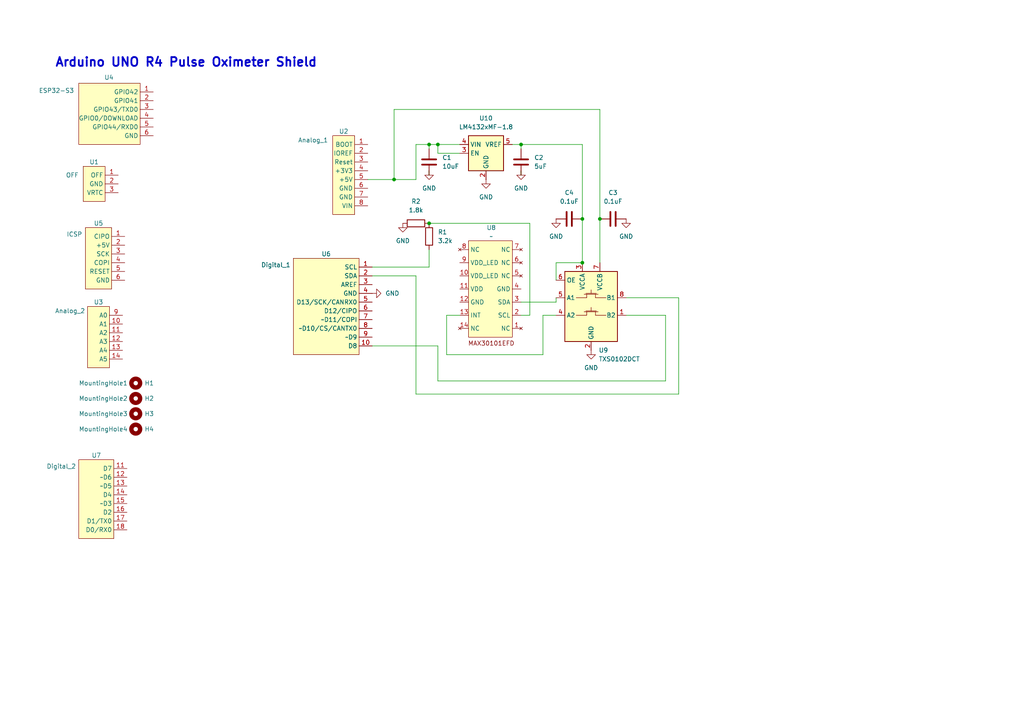
<source format=kicad_sch>
(kicad_sch
	(version 20231120)
	(generator "eeschema")
	(generator_version "8.0")
	(uuid "4deaa014-311e-404e-963e-ca894f6a7656")
	(paper "A4")
	(title_block
		(title "Arduino UNO R4 Shield Template SCH")
		(date "2023-07-13")
		(rev "1.0")
		(company "MStackoverflow")
	)
	(lib_symbols
		(symbol "Connector_Arduino:Arduino_Header_Analog_1"
			(exclude_from_sim no)
			(in_bom yes)
			(on_board yes)
			(property "Reference" "U"
				(at -5.08 6.35 0)
				(effects
					(font
						(size 1.27 1.27)
					)
				)
			)
			(property "Value" "Arduino_Header_Analog_1"
				(at -2.54 8.89 0)
				(effects
					(font
						(size 1.27 1.27)
					)
				)
			)
			(property "Footprint" "ArduinoPinSockets:Arduino_PinSocket_1x08_P2.54mm_Vertical"
				(at 0 12.7 0)
				(effects
					(font
						(size 1.27 1.27)
					)
					(hide yes)
				)
			)
			(property "Datasheet" ""
				(at 0 0 0)
				(effects
					(font
						(size 1.27 1.27)
					)
					(hide yes)
				)
			)
			(property "Description" ""
				(at 0 0 0)
				(effects
					(font
						(size 1.27 1.27)
					)
					(hide yes)
				)
			)
			(symbol "Arduino_Header_Analog_1_0_1"
				(rectangle
					(start -6.35 5.08)
					(end 0 -17.78)
					(stroke
						(width 0)
						(type default)
					)
					(fill
						(type background)
					)
				)
			)
			(symbol "Arduino_Header_Analog_1_1_1"
				(pin input line
					(at 3.81 2.54 180)
					(length 3.81)
					(name "BOOT"
						(effects
							(font
								(size 1.27 1.27)
							)
						)
					)
					(number "1"
						(effects
							(font
								(size 1.27 1.27)
							)
						)
					)
				)
				(pin power_out line
					(at 3.81 0 180)
					(length 3.81)
					(name "IOREF"
						(effects
							(font
								(size 1.27 1.27)
							)
						)
					)
					(number "2"
						(effects
							(font
								(size 1.27 1.27)
							)
						)
					)
				)
				(pin input line
					(at 3.81 -2.54 180)
					(length 3.81)
					(name "Reset"
						(effects
							(font
								(size 1.27 1.27)
							)
						)
					)
					(number "3"
						(effects
							(font
								(size 1.27 1.27)
							)
						)
					)
				)
				(pin power_out line
					(at 3.81 -5.08 180)
					(length 3.81)
					(name "+3V3"
						(effects
							(font
								(size 1.27 1.27)
							)
						)
					)
					(number "4"
						(effects
							(font
								(size 1.27 1.27)
							)
						)
					)
				)
				(pin power_out line
					(at 3.81 -7.62 180)
					(length 3.81)
					(name "+5V"
						(effects
							(font
								(size 1.27 1.27)
							)
						)
					)
					(number "5"
						(effects
							(font
								(size 1.27 1.27)
							)
						)
					)
				)
				(pin power_out line
					(at 3.81 -10.16 180)
					(length 3.81)
					(name "GND"
						(effects
							(font
								(size 1.27 1.27)
							)
						)
					)
					(number "6"
						(effects
							(font
								(size 1.27 1.27)
							)
						)
					)
				)
				(pin power_out line
					(at 3.81 -12.7 180)
					(length 3.81)
					(name "GND"
						(effects
							(font
								(size 1.27 1.27)
							)
						)
					)
					(number "7"
						(effects
							(font
								(size 1.27 1.27)
							)
						)
					)
				)
				(pin power_out line
					(at 3.81 -15.24 180)
					(length 3.81)
					(name "VIN"
						(effects
							(font
								(size 1.27 1.27)
							)
						)
					)
					(number "8"
						(effects
							(font
								(size 1.27 1.27)
							)
						)
					)
				)
			)
		)
		(symbol "Connector_Arduino:Arduino_Header_Analog_2"
			(exclude_from_sim no)
			(in_bom yes)
			(on_board yes)
			(property "Reference" "U"
				(at -5.08 6.35 0)
				(effects
					(font
						(size 1.27 1.27)
					)
				)
			)
			(property "Value" "Arduino_Header_Analog_2"
				(at -2.54 8.89 0)
				(effects
					(font
						(size 1.27 1.27)
					)
				)
			)
			(property "Footprint" "ArduinoPinSockets:Arduino_PinSocket_1x06_P2.54mm_Vertical"
				(at 0 12.7 0)
				(effects
					(font
						(size 1.27 1.27)
					)
					(hide yes)
				)
			)
			(property "Datasheet" ""
				(at 0 0 0)
				(effects
					(font
						(size 1.27 1.27)
					)
					(hide yes)
				)
			)
			(property "Description" ""
				(at 0 0 0)
				(effects
					(font
						(size 1.27 1.27)
					)
					(hide yes)
				)
			)
			(symbol "Arduino_Header_Analog_2_0_1"
				(rectangle
					(start -6.35 5.08)
					(end 0 -12.7)
					(stroke
						(width 0)
						(type default)
					)
					(fill
						(type background)
					)
				)
			)
			(symbol "Arduino_Header_Analog_2_1_1"
				(pin bidirectional line
					(at 3.81 0 180)
					(length 3.81)
					(name "A1"
						(effects
							(font
								(size 1.27 1.27)
							)
						)
					)
					(number "10"
						(effects
							(font
								(size 1.27 1.27)
							)
						)
					)
				)
				(pin bidirectional line
					(at 3.81 -2.54 180)
					(length 3.81)
					(name "A2"
						(effects
							(font
								(size 1.27 1.27)
							)
						)
					)
					(number "11"
						(effects
							(font
								(size 1.27 1.27)
							)
						)
					)
				)
				(pin bidirectional line
					(at 3.81 -5.08 180)
					(length 3.81)
					(name "A3"
						(effects
							(font
								(size 1.27 1.27)
							)
						)
					)
					(number "12"
						(effects
							(font
								(size 1.27 1.27)
							)
						)
					)
				)
				(pin bidirectional line
					(at 3.81 -7.62 180)
					(length 3.81)
					(name "A4"
						(effects
							(font
								(size 1.27 1.27)
							)
						)
					)
					(number "13"
						(effects
							(font
								(size 1.27 1.27)
							)
						)
					)
				)
				(pin bidirectional line
					(at 3.81 -10.16 180)
					(length 3.81)
					(name "A5"
						(effects
							(font
								(size 1.27 1.27)
							)
						)
					)
					(number "14"
						(effects
							(font
								(size 1.27 1.27)
							)
						)
					)
				)
				(pin bidirectional line
					(at 3.81 2.54 180)
					(length 3.81)
					(name "A0"
						(effects
							(font
								(size 1.27 1.27)
							)
						)
					)
					(number "9"
						(effects
							(font
								(size 1.27 1.27)
							)
						)
					)
				)
			)
		)
		(symbol "Connector_Arduino:Arduino_Header_Digital_1"
			(exclude_from_sim no)
			(in_bom yes)
			(on_board yes)
			(property "Reference" "U"
				(at -5.08 6.35 0)
				(effects
					(font
						(size 1.27 1.27)
					)
				)
			)
			(property "Value" "Arduino_Header_Digital_1"
				(at -2.54 8.89 0)
				(effects
					(font
						(size 1.27 1.27)
					)
				)
			)
			(property "Footprint" "ArduinoPinSockets:Arduino_PinSocket_1x10_P2.54mm_Vertical"
				(at 0 12.7 0)
				(effects
					(font
						(size 1.27 1.27)
					)
					(hide yes)
				)
			)
			(property "Datasheet" ""
				(at 0 0 0)
				(effects
					(font
						(size 1.27 1.27)
					)
					(hide yes)
				)
			)
			(property "Description" ""
				(at 0 0 0)
				(effects
					(font
						(size 1.27 1.27)
					)
					(hide yes)
				)
			)
			(symbol "Arduino_Header_Digital_1_0_1"
				(rectangle
					(start -19.05 5.08)
					(end 0 -22.86)
					(stroke
						(width 0)
						(type default)
					)
					(fill
						(type background)
					)
				)
			)
			(symbol "Arduino_Header_Digital_1_1_1"
				(pin bidirectional line
					(at 3.81 2.54 180)
					(length 3.81)
					(name "SCL"
						(effects
							(font
								(size 1.27 1.27)
							)
						)
					)
					(number "1"
						(effects
							(font
								(size 1.27 1.27)
							)
						)
					)
				)
				(pin bidirectional line
					(at 3.81 -20.32 180)
					(length 3.81)
					(name "D8"
						(effects
							(font
								(size 1.27 1.27)
							)
						)
					)
					(number "10"
						(effects
							(font
								(size 1.27 1.27)
							)
						)
					)
				)
				(pin bidirectional line
					(at 3.81 0 180)
					(length 3.81)
					(name "SDA"
						(effects
							(font
								(size 1.27 1.27)
							)
						)
					)
					(number "2"
						(effects
							(font
								(size 1.27 1.27)
							)
						)
					)
				)
				(pin output line
					(at 3.81 -2.54 180)
					(length 3.81)
					(name "AREF"
						(effects
							(font
								(size 1.27 1.27)
							)
						)
					)
					(number "3"
						(effects
							(font
								(size 1.27 1.27)
							)
						)
					)
				)
				(pin power_out line
					(at 3.81 -5.08 180)
					(length 3.81)
					(name "GND"
						(effects
							(font
								(size 1.27 1.27)
							)
						)
					)
					(number "4"
						(effects
							(font
								(size 1.27 1.27)
							)
						)
					)
				)
				(pin bidirectional line
					(at 3.81 -7.62 180)
					(length 3.81)
					(name "D13/SCK/CANRX0"
						(effects
							(font
								(size 1.27 1.27)
							)
						)
					)
					(number "5"
						(effects
							(font
								(size 1.27 1.27)
							)
						)
					)
				)
				(pin bidirectional line
					(at 3.81 -10.16 180)
					(length 3.81)
					(name "D12/CIPO"
						(effects
							(font
								(size 1.27 1.27)
							)
						)
					)
					(number "6"
						(effects
							(font
								(size 1.27 1.27)
							)
						)
					)
				)
				(pin bidirectional line
					(at 3.81 -12.7 180)
					(length 3.81)
					(name "~D11/COPI"
						(effects
							(font
								(size 1.27 1.27)
							)
						)
					)
					(number "7"
						(effects
							(font
								(size 1.27 1.27)
							)
						)
					)
				)
				(pin bidirectional line
					(at 3.81 -15.24 180)
					(length 3.81)
					(name "~D10/CS/CANTX0"
						(effects
							(font
								(size 1.27 1.27)
							)
						)
					)
					(number "8"
						(effects
							(font
								(size 1.27 1.27)
							)
						)
					)
				)
				(pin bidirectional line
					(at 3.81 -17.78 180)
					(length 3.81)
					(name "~D9"
						(effects
							(font
								(size 1.27 1.27)
							)
						)
					)
					(number "9"
						(effects
							(font
								(size 1.27 1.27)
							)
						)
					)
				)
			)
		)
		(symbol "Connector_Arduino:Arduino_Header_Digital_2"
			(exclude_from_sim no)
			(in_bom yes)
			(on_board yes)
			(property "Reference" "U"
				(at -5.08 6.35 0)
				(effects
					(font
						(size 1.27 1.27)
					)
				)
			)
			(property "Value" "Arduino_Header_Digital_2"
				(at -2.54 8.89 0)
				(effects
					(font
						(size 1.27 1.27)
					)
				)
			)
			(property "Footprint" "ArduinoPinSockets:Arduino_PinSocket_1x08_P2.54mm_Vertical"
				(at -1.27 12.7 0)
				(effects
					(font
						(size 1.27 1.27)
					)
					(hide yes)
				)
			)
			(property "Datasheet" ""
				(at 0 0 0)
				(effects
					(font
						(size 1.27 1.27)
					)
					(hide yes)
				)
			)
			(property "Description" ""
				(at 0 0 0)
				(effects
					(font
						(size 1.27 1.27)
					)
					(hide yes)
				)
			)
			(symbol "Arduino_Header_Digital_2_0_1"
				(rectangle
					(start -10.16 5.08)
					(end 0 -17.78)
					(stroke
						(width 0)
						(type default)
					)
					(fill
						(type background)
					)
				)
			)
			(symbol "Arduino_Header_Digital_2_1_1"
				(pin bidirectional line
					(at 3.81 2.54 180)
					(length 3.81)
					(name "D7"
						(effects
							(font
								(size 1.27 1.27)
							)
						)
					)
					(number "11"
						(effects
							(font
								(size 1.27 1.27)
							)
						)
					)
				)
				(pin bidirectional line
					(at 3.81 0 180)
					(length 3.81)
					(name "~D6"
						(effects
							(font
								(size 1.27 1.27)
							)
						)
					)
					(number "12"
						(effects
							(font
								(size 1.27 1.27)
							)
						)
					)
				)
				(pin bidirectional line
					(at 3.81 -2.54 180)
					(length 3.81)
					(name "~D5"
						(effects
							(font
								(size 1.27 1.27)
							)
						)
					)
					(number "13"
						(effects
							(font
								(size 1.27 1.27)
							)
						)
					)
				)
				(pin bidirectional line
					(at 3.81 -5.08 180)
					(length 3.81)
					(name "D4"
						(effects
							(font
								(size 1.27 1.27)
							)
						)
					)
					(number "14"
						(effects
							(font
								(size 1.27 1.27)
							)
						)
					)
				)
				(pin bidirectional line
					(at 3.81 -7.62 180)
					(length 3.81)
					(name "~D3"
						(effects
							(font
								(size 1.27 1.27)
							)
						)
					)
					(number "15"
						(effects
							(font
								(size 1.27 1.27)
							)
						)
					)
				)
				(pin bidirectional line
					(at 3.81 -10.16 180)
					(length 3.81)
					(name "D2"
						(effects
							(font
								(size 1.27 1.27)
							)
						)
					)
					(number "16"
						(effects
							(font
								(size 1.27 1.27)
							)
						)
					)
				)
				(pin bidirectional line
					(at 3.81 -12.7 180)
					(length 3.81)
					(name "D1/TX0"
						(effects
							(font
								(size 1.27 1.27)
							)
						)
					)
					(number "17"
						(effects
							(font
								(size 1.27 1.27)
							)
						)
					)
				)
				(pin bidirectional line
					(at 3.81 -15.24 180)
					(length 3.81)
					(name "D0/RX0"
						(effects
							(font
								(size 1.27 1.27)
							)
						)
					)
					(number "18"
						(effects
							(font
								(size 1.27 1.27)
							)
						)
					)
				)
			)
		)
		(symbol "Connector_Arduino:Arduino_Header_ESP32-S3"
			(exclude_from_sim no)
			(in_bom yes)
			(on_board yes)
			(property "Reference" "U"
				(at -5.08 6.35 0)
				(effects
					(font
						(size 1.27 1.27)
					)
				)
			)
			(property "Value" "Arduino_Header_ESP32-S3"
				(at -2.54 8.89 0)
				(effects
					(font
						(size 1.27 1.27)
					)
				)
			)
			(property "Footprint" "ArduinoPinSockets:Arduino_PinSocket_2x03_P2.54mm_Vertical"
				(at 0 11.43 0)
				(effects
					(font
						(size 1.27 1.27)
					)
					(hide yes)
				)
			)
			(property "Datasheet" ""
				(at 0 0 0)
				(effects
					(font
						(size 1.27 1.27)
					)
					(hide yes)
				)
			)
			(property "Description" ""
				(at 0 0 0)
				(effects
					(font
						(size 1.27 1.27)
					)
					(hide yes)
				)
			)
			(symbol "Arduino_Header_ESP32-S3_0_1"
				(rectangle
					(start -17.78 5.08)
					(end 0 -12.7)
					(stroke
						(width 0)
						(type default)
					)
					(fill
						(type background)
					)
				)
			)
			(symbol "Arduino_Header_ESP32-S3_1_1"
				(pin bidirectional line
					(at 3.81 2.54 180)
					(length 3.81)
					(name "GPIO42"
						(effects
							(font
								(size 1.27 1.27)
							)
						)
					)
					(number "1"
						(effects
							(font
								(size 1.27 1.27)
							)
						)
					)
				)
				(pin bidirectional line
					(at 3.81 0 180)
					(length 3.81)
					(name "GPIO41"
						(effects
							(font
								(size 1.27 1.27)
							)
						)
					)
					(number "2"
						(effects
							(font
								(size 1.27 1.27)
							)
						)
					)
				)
				(pin bidirectional line
					(at 3.81 -2.54 180)
					(length 3.81)
					(name "GPIO43/TXD0"
						(effects
							(font
								(size 1.27 1.27)
							)
						)
					)
					(number "3"
						(effects
							(font
								(size 1.27 1.27)
							)
						)
					)
				)
				(pin bidirectional line
					(at 3.81 -5.08 180)
					(length 3.81)
					(name "GPIO0/DOWNLOAD"
						(effects
							(font
								(size 1.27 1.27)
							)
						)
					)
					(number "4"
						(effects
							(font
								(size 1.27 1.27)
							)
						)
					)
				)
				(pin bidirectional line
					(at 3.81 -7.62 180)
					(length 3.81)
					(name "GPIO44/RXD0"
						(effects
							(font
								(size 1.27 1.27)
							)
						)
					)
					(number "5"
						(effects
							(font
								(size 1.27 1.27)
							)
						)
					)
				)
				(pin power_out line
					(at 3.81 -10.16 180)
					(length 3.81)
					(name "GND"
						(effects
							(font
								(size 1.27 1.27)
							)
						)
					)
					(number "6"
						(effects
							(font
								(size 1.27 1.27)
							)
						)
					)
				)
			)
		)
		(symbol "Connector_Arduino:Arduino_Header_ICSP"
			(exclude_from_sim no)
			(in_bom yes)
			(on_board yes)
			(property "Reference" "U"
				(at -5.08 6.35 0)
				(effects
					(font
						(size 1.27 1.27)
					)
				)
			)
			(property "Value" "Arduino_Header_ICSP"
				(at -2.54 8.89 0)
				(effects
					(font
						(size 1.27 1.27)
					)
				)
			)
			(property "Footprint" "ArduinoPinSockets:Arduino_PinSocket_2x03_P2.54mm_Vertical"
				(at 0 11.43 0)
				(effects
					(font
						(size 1.27 1.27)
					)
					(hide yes)
				)
			)
			(property "Datasheet" ""
				(at 0 0 0)
				(effects
					(font
						(size 1.27 1.27)
					)
					(hide yes)
				)
			)
			(property "Description" ""
				(at 0 0 0)
				(effects
					(font
						(size 1.27 1.27)
					)
					(hide yes)
				)
			)
			(symbol "Arduino_Header_ICSP_0_1"
				(rectangle
					(start -7.62 5.08)
					(end 0 -12.7)
					(stroke
						(width 0)
						(type default)
					)
					(fill
						(type background)
					)
				)
			)
			(symbol "Arduino_Header_ICSP_1_1"
				(pin bidirectional line
					(at 3.81 2.54 180)
					(length 3.81)
					(name "CIPO"
						(effects
							(font
								(size 1.27 1.27)
							)
						)
					)
					(number "1"
						(effects
							(font
								(size 1.27 1.27)
							)
						)
					)
				)
				(pin power_out line
					(at 3.81 0 180)
					(length 3.81)
					(name "+5V"
						(effects
							(font
								(size 1.27 1.27)
							)
						)
					)
					(number "2"
						(effects
							(font
								(size 1.27 1.27)
							)
						)
					)
				)
				(pin bidirectional line
					(at 3.81 -2.54 180)
					(length 3.81)
					(name "SCK"
						(effects
							(font
								(size 1.27 1.27)
							)
						)
					)
					(number "3"
						(effects
							(font
								(size 1.27 1.27)
							)
						)
					)
				)
				(pin bidirectional line
					(at 3.81 -5.08 180)
					(length 3.81)
					(name "COPI"
						(effects
							(font
								(size 1.27 1.27)
							)
						)
					)
					(number "4"
						(effects
							(font
								(size 1.27 1.27)
							)
						)
					)
				)
				(pin bidirectional line
					(at 3.81 -7.62 180)
					(length 3.81)
					(name "RESET"
						(effects
							(font
								(size 1.27 1.27)
							)
						)
					)
					(number "5"
						(effects
							(font
								(size 1.27 1.27)
							)
						)
					)
				)
				(pin power_out line
					(at 3.81 -10.16 180)
					(length 3.81)
					(name "GND"
						(effects
							(font
								(size 1.27 1.27)
							)
						)
					)
					(number "6"
						(effects
							(font
								(size 1.27 1.27)
							)
						)
					)
				)
			)
		)
		(symbol "Connector_Arduino:Arduino_Header_OFF"
			(exclude_from_sim no)
			(in_bom yes)
			(on_board yes)
			(property "Reference" "U"
				(at -5.08 6.35 0)
				(effects
					(font
						(size 1.27 1.27)
					)
				)
			)
			(property "Value" "Arduino_Header_OFF"
				(at -2.54 8.89 0)
				(effects
					(font
						(size 1.27 1.27)
					)
				)
			)
			(property "Footprint" "ArduinoPinSockets:Arduino_PinSocket_1x03_P2.54mm_Vertical"
				(at 0 12.7 0)
				(effects
					(font
						(size 1.27 1.27)
					)
					(hide yes)
				)
			)
			(property "Datasheet" ""
				(at 0 0 0)
				(effects
					(font
						(size 1.27 1.27)
					)
					(hide yes)
				)
			)
			(property "Description" ""
				(at 0 0 0)
				(effects
					(font
						(size 1.27 1.27)
					)
					(hide yes)
				)
			)
			(symbol "Arduino_Header_OFF_0_1"
				(rectangle
					(start -6.35 5.08)
					(end 0 -5.08)
					(stroke
						(width 0)
						(type default)
					)
					(fill
						(type background)
					)
				)
			)
			(symbol "Arduino_Header_OFF_1_1"
				(pin input line
					(at 3.81 2.54 180)
					(length 3.81)
					(name "OFF"
						(effects
							(font
								(size 1.27 1.27)
							)
						)
					)
					(number "1"
						(effects
							(font
								(size 1.27 1.27)
							)
						)
					)
				)
				(pin power_out line
					(at 3.81 0 180)
					(length 3.81)
					(name "GND"
						(effects
							(font
								(size 1.27 1.27)
							)
						)
					)
					(number "2"
						(effects
							(font
								(size 1.27 1.27)
							)
						)
					)
				)
				(pin power_in line
					(at 3.81 -2.54 180)
					(length 3.81)
					(name "VRTC"
						(effects
							(font
								(size 1.27 1.27)
							)
						)
					)
					(number "3"
						(effects
							(font
								(size 1.27 1.27)
							)
						)
					)
				)
			)
		)
		(symbol "Device:C"
			(pin_numbers hide)
			(pin_names
				(offset 0.254)
			)
			(exclude_from_sim no)
			(in_bom yes)
			(on_board yes)
			(property "Reference" "C"
				(at 0.635 2.54 0)
				(effects
					(font
						(size 1.27 1.27)
					)
					(justify left)
				)
			)
			(property "Value" "C"
				(at 0.635 -2.54 0)
				(effects
					(font
						(size 1.27 1.27)
					)
					(justify left)
				)
			)
			(property "Footprint" ""
				(at 0.9652 -3.81 0)
				(effects
					(font
						(size 1.27 1.27)
					)
					(hide yes)
				)
			)
			(property "Datasheet" "~"
				(at 0 0 0)
				(effects
					(font
						(size 1.27 1.27)
					)
					(hide yes)
				)
			)
			(property "Description" "Unpolarized capacitor"
				(at 0 0 0)
				(effects
					(font
						(size 1.27 1.27)
					)
					(hide yes)
				)
			)
			(property "ki_keywords" "cap capacitor"
				(at 0 0 0)
				(effects
					(font
						(size 1.27 1.27)
					)
					(hide yes)
				)
			)
			(property "ki_fp_filters" "C_*"
				(at 0 0 0)
				(effects
					(font
						(size 1.27 1.27)
					)
					(hide yes)
				)
			)
			(symbol "C_0_1"
				(polyline
					(pts
						(xy -2.032 -0.762) (xy 2.032 -0.762)
					)
					(stroke
						(width 0.508)
						(type default)
					)
					(fill
						(type none)
					)
				)
				(polyline
					(pts
						(xy -2.032 0.762) (xy 2.032 0.762)
					)
					(stroke
						(width 0.508)
						(type default)
					)
					(fill
						(type none)
					)
				)
			)
			(symbol "C_1_1"
				(pin passive line
					(at 0 3.81 270)
					(length 2.794)
					(name "~"
						(effects
							(font
								(size 1.27 1.27)
							)
						)
					)
					(number "1"
						(effects
							(font
								(size 1.27 1.27)
							)
						)
					)
				)
				(pin passive line
					(at 0 -3.81 90)
					(length 2.794)
					(name "~"
						(effects
							(font
								(size 1.27 1.27)
							)
						)
					)
					(number "2"
						(effects
							(font
								(size 1.27 1.27)
							)
						)
					)
				)
			)
		)
		(symbol "Device:R"
			(pin_numbers hide)
			(pin_names
				(offset 0)
			)
			(exclude_from_sim no)
			(in_bom yes)
			(on_board yes)
			(property "Reference" "R"
				(at 2.032 0 90)
				(effects
					(font
						(size 1.27 1.27)
					)
				)
			)
			(property "Value" "R"
				(at 0 0 90)
				(effects
					(font
						(size 1.27 1.27)
					)
				)
			)
			(property "Footprint" ""
				(at -1.778 0 90)
				(effects
					(font
						(size 1.27 1.27)
					)
					(hide yes)
				)
			)
			(property "Datasheet" "~"
				(at 0 0 0)
				(effects
					(font
						(size 1.27 1.27)
					)
					(hide yes)
				)
			)
			(property "Description" "Resistor"
				(at 0 0 0)
				(effects
					(font
						(size 1.27 1.27)
					)
					(hide yes)
				)
			)
			(property "ki_keywords" "R res resistor"
				(at 0 0 0)
				(effects
					(font
						(size 1.27 1.27)
					)
					(hide yes)
				)
			)
			(property "ki_fp_filters" "R_*"
				(at 0 0 0)
				(effects
					(font
						(size 1.27 1.27)
					)
					(hide yes)
				)
			)
			(symbol "R_0_1"
				(rectangle
					(start -1.016 -2.54)
					(end 1.016 2.54)
					(stroke
						(width 0.254)
						(type default)
					)
					(fill
						(type none)
					)
				)
			)
			(symbol "R_1_1"
				(pin passive line
					(at 0 3.81 270)
					(length 1.27)
					(name "~"
						(effects
							(font
								(size 1.27 1.27)
							)
						)
					)
					(number "1"
						(effects
							(font
								(size 1.27 1.27)
							)
						)
					)
				)
				(pin passive line
					(at 0 -3.81 90)
					(length 1.27)
					(name "~"
						(effects
							(font
								(size 1.27 1.27)
							)
						)
					)
					(number "2"
						(effects
							(font
								(size 1.27 1.27)
							)
						)
					)
				)
			)
		)
		(symbol "Logic_LevelTranslator:TXS0102DCT"
			(exclude_from_sim no)
			(in_bom yes)
			(on_board yes)
			(property "Reference" "U"
				(at -6.35 11.43 0)
				(effects
					(font
						(size 1.27 1.27)
					)
				)
			)
			(property "Value" "TXS0102DCT"
				(at 3.81 11.43 0)
				(effects
					(font
						(size 1.27 1.27)
					)
					(justify left)
				)
			)
			(property "Footprint" "Package_SO:SSOP-8_2.95x2.8mm_P0.65mm"
				(at 0 -13.97 0)
				(effects
					(font
						(size 1.27 1.27)
					)
					(hide yes)
				)
			)
			(property "Datasheet" "http://www.ti.com/lit/gpn/txs0102"
				(at 0 -0.508 0)
				(effects
					(font
						(size 1.27 1.27)
					)
					(hide yes)
				)
			)
			(property "Description" "2-Bit Bidirectional Voltage-Level Shifter for Open-Drain and Push-Pull Application, SSOP-8"
				(at 0 0 0)
				(effects
					(font
						(size 1.27 1.27)
					)
					(hide yes)
				)
			)
			(property "ki_keywords" "Level-Shifter CMOS-TTL-Translation"
				(at 0 0 0)
				(effects
					(font
						(size 1.27 1.27)
					)
					(hide yes)
				)
			)
			(property "ki_fp_filters" "SSOP*2.95x2.8mm*P0.65mm*"
				(at 0 0 0)
				(effects
					(font
						(size 1.27 1.27)
					)
					(hide yes)
				)
			)
			(symbol "TXS0102DCT_0_1"
				(rectangle
					(start -7.62 10.16)
					(end 7.62 -10.16)
					(stroke
						(width 0.254)
						(type default)
					)
					(fill
						(type background)
					)
				)
				(polyline
					(pts
						(xy -4.318 -2.54) (xy -1.27 -2.54)
					)
					(stroke
						(width 0)
						(type default)
					)
					(fill
						(type none)
					)
				)
				(polyline
					(pts
						(xy -2.032 -1.524) (xy 2.032 -1.524)
					)
					(stroke
						(width 0)
						(type default)
					)
					(fill
						(type none)
					)
				)
				(polyline
					(pts
						(xy -1.524 -1.27) (xy 1.524 -1.27)
					)
					(stroke
						(width 0)
						(type default)
					)
					(fill
						(type none)
					)
				)
				(polyline
					(pts
						(xy -1.27 -2.54) (xy -1.27 -1.524)
					)
					(stroke
						(width 0)
						(type default)
					)
					(fill
						(type none)
					)
				)
				(polyline
					(pts
						(xy 0 -1.27) (xy 0 -0.254)
					)
					(stroke
						(width 0)
						(type default)
					)
					(fill
						(type none)
					)
				)
				(polyline
					(pts
						(xy 1.27 -2.54) (xy 1.27 -1.524)
					)
					(stroke
						(width 0)
						(type default)
					)
					(fill
						(type none)
					)
				)
				(polyline
					(pts
						(xy 4.318 -2.54) (xy 1.27 -2.54)
					)
					(stroke
						(width 0)
						(type default)
					)
					(fill
						(type none)
					)
				)
			)
			(symbol "TXS0102DCT_1_1"
				(polyline
					(pts
						(xy -4.318 2.54) (xy -1.27 2.54)
					)
					(stroke
						(width 0)
						(type default)
					)
					(fill
						(type none)
					)
				)
				(polyline
					(pts
						(xy -2.032 3.556) (xy 2.032 3.556)
					)
					(stroke
						(width 0)
						(type default)
					)
					(fill
						(type none)
					)
				)
				(polyline
					(pts
						(xy -1.524 3.81) (xy 1.524 3.81)
					)
					(stroke
						(width 0)
						(type default)
					)
					(fill
						(type none)
					)
				)
				(polyline
					(pts
						(xy -1.27 2.54) (xy -1.27 3.556)
					)
					(stroke
						(width 0)
						(type default)
					)
					(fill
						(type none)
					)
				)
				(polyline
					(pts
						(xy 0 3.81) (xy 0 4.826)
					)
					(stroke
						(width 0)
						(type default)
					)
					(fill
						(type none)
					)
				)
				(polyline
					(pts
						(xy 1.27 2.54) (xy 1.27 3.556)
					)
					(stroke
						(width 0)
						(type default)
					)
					(fill
						(type none)
					)
				)
				(polyline
					(pts
						(xy 4.318 2.54) (xy 1.27 2.54)
					)
					(stroke
						(width 0)
						(type default)
					)
					(fill
						(type none)
					)
				)
				(pin bidirectional line
					(at 10.16 -2.54 180)
					(length 2.54)
					(name "B2"
						(effects
							(font
								(size 1.27 1.27)
							)
						)
					)
					(number "1"
						(effects
							(font
								(size 1.27 1.27)
							)
						)
					)
				)
				(pin power_in line
					(at 0 -12.7 90)
					(length 2.54)
					(name "GND"
						(effects
							(font
								(size 1.27 1.27)
							)
						)
					)
					(number "2"
						(effects
							(font
								(size 1.27 1.27)
							)
						)
					)
				)
				(pin power_in line
					(at -2.54 12.7 270)
					(length 2.54)
					(name "VCCA"
						(effects
							(font
								(size 1.27 1.27)
							)
						)
					)
					(number "3"
						(effects
							(font
								(size 1.27 1.27)
							)
						)
					)
				)
				(pin bidirectional line
					(at -10.16 -2.54 0)
					(length 2.54)
					(name "A2"
						(effects
							(font
								(size 1.27 1.27)
							)
						)
					)
					(number "4"
						(effects
							(font
								(size 1.27 1.27)
							)
						)
					)
				)
				(pin bidirectional line
					(at -10.16 2.54 0)
					(length 2.54)
					(name "A1"
						(effects
							(font
								(size 1.27 1.27)
							)
						)
					)
					(number "5"
						(effects
							(font
								(size 1.27 1.27)
							)
						)
					)
				)
				(pin input line
					(at -10.16 7.62 0)
					(length 2.54)
					(name "OE"
						(effects
							(font
								(size 1.27 1.27)
							)
						)
					)
					(number "6"
						(effects
							(font
								(size 1.27 1.27)
							)
						)
					)
				)
				(pin power_in line
					(at 2.54 12.7 270)
					(length 2.54)
					(name "VCCB"
						(effects
							(font
								(size 1.27 1.27)
							)
						)
					)
					(number "7"
						(effects
							(font
								(size 1.27 1.27)
							)
						)
					)
				)
				(pin bidirectional line
					(at 10.16 2.54 180)
					(length 2.54)
					(name "B1"
						(effects
							(font
								(size 1.27 1.27)
							)
						)
					)
					(number "8"
						(effects
							(font
								(size 1.27 1.27)
							)
						)
					)
				)
			)
		)
		(symbol "MAX30101:MAX30101EFD"
			(exclude_from_sim no)
			(in_bom yes)
			(on_board yes)
			(property "Reference" "U"
				(at -0.254 -1.778 0)
				(effects
					(font
						(size 1.27 1.27)
					)
				)
			)
			(property "Value" ""
				(at -2.54 0 0)
				(effects
					(font
						(size 1.27 1.27)
					)
				)
			)
			(property "Footprint" ""
				(at -2.54 0 0)
				(effects
					(font
						(size 1.27 1.27)
					)
					(hide yes)
				)
			)
			(property "Datasheet" ""
				(at -2.54 0 0)
				(effects
					(font
						(size 1.27 1.27)
					)
					(hide yes)
				)
			)
			(property "Description" ""
				(at -2.54 0 0)
				(effects
					(font
						(size 1.27 1.27)
					)
					(hide yes)
				)
			)
			(symbol "MAX30101EFD_1_1"
				(rectangle
					(start -6.35 0)
					(end 6.35 -27.94)
					(stroke
						(width 0)
						(type default)
					)
					(fill
						(type background)
					)
				)
				(text "MAX30101EFD\n"
					(at -0.254 1.778 0)
					(effects
						(font
							(size 1.27 1.27)
						)
					)
				)
				(pin no_connect line
					(at -8.89 -2.54 0)
					(length 2.54)
					(name "NC"
						(effects
							(font
								(size 1.27 1.27)
							)
						)
					)
					(number "1"
						(effects
							(font
								(size 1.27 1.27)
							)
						)
					)
				)
				(pin power_in line
					(at 8.89 -17.78 180)
					(length 2.54)
					(name "VDD_LED"
						(effects
							(font
								(size 1.27 1.27)
							)
						)
					)
					(number "10"
						(effects
							(font
								(size 1.27 1.27)
							)
						)
					)
				)
				(pin power_in line
					(at 8.89 -13.97 180)
					(length 2.54)
					(name "VDD"
						(effects
							(font
								(size 1.27 1.27)
							)
						)
					)
					(number "11"
						(effects
							(font
								(size 1.27 1.27)
							)
						)
					)
				)
				(pin power_in line
					(at 8.89 -10.16 180)
					(length 2.54)
					(name "GND"
						(effects
							(font
								(size 1.27 1.27)
							)
						)
					)
					(number "12"
						(effects
							(font
								(size 1.27 1.27)
							)
						)
					)
				)
				(pin output line
					(at 8.89 -6.35 180)
					(length 2.54)
					(name "INT"
						(effects
							(font
								(size 1.27 1.27)
							)
						)
					)
					(number "13"
						(effects
							(font
								(size 1.27 1.27)
							)
						)
					)
				)
				(pin no_connect line
					(at 8.89 -2.54 180)
					(length 2.54)
					(name "NC"
						(effects
							(font
								(size 1.27 1.27)
							)
						)
					)
					(number "14"
						(effects
							(font
								(size 1.27 1.27)
							)
						)
					)
				)
				(pin input line
					(at -8.89 -6.35 0)
					(length 2.54)
					(name "SCL"
						(effects
							(font
								(size 1.27 1.27)
							)
						)
					)
					(number "2"
						(effects
							(font
								(size 1.27 1.27)
							)
						)
					)
				)
				(pin bidirectional line
					(at -8.89 -10.16 0)
					(length 2.54)
					(name "SDA"
						(effects
							(font
								(size 1.27 1.27)
							)
						)
					)
					(number "3"
						(effects
							(font
								(size 1.27 1.27)
							)
						)
					)
				)
				(pin power_in line
					(at -8.89 -13.97 0)
					(length 2.54)
					(name "GND"
						(effects
							(font
								(size 1.27 1.27)
							)
						)
					)
					(number "4"
						(effects
							(font
								(size 1.27 1.27)
							)
						)
					)
				)
				(pin no_connect line
					(at -8.89 -17.78 0)
					(length 2.54)
					(name "NC"
						(effects
							(font
								(size 1.27 1.27)
							)
						)
					)
					(number "5"
						(effects
							(font
								(size 1.27 1.27)
							)
						)
					)
				)
				(pin no_connect line
					(at -8.89 -21.59 0)
					(length 2.54)
					(name "NC"
						(effects
							(font
								(size 1.27 1.27)
							)
						)
					)
					(number "6"
						(effects
							(font
								(size 1.27 1.27)
							)
						)
					)
				)
				(pin no_connect line
					(at -8.89 -25.4 0)
					(length 2.54)
					(name "NC"
						(effects
							(font
								(size 1.27 1.27)
							)
						)
					)
					(number "7"
						(effects
							(font
								(size 1.27 1.27)
							)
						)
					)
				)
				(pin no_connect line
					(at 8.89 -25.4 180)
					(length 2.54)
					(name "NC"
						(effects
							(font
								(size 1.27 1.27)
							)
						)
					)
					(number "8"
						(effects
							(font
								(size 1.27 1.27)
							)
						)
					)
				)
				(pin power_in line
					(at 8.89 -21.59 180)
					(length 2.54)
					(name "VDD_LED"
						(effects
							(font
								(size 1.27 1.27)
							)
						)
					)
					(number "9"
						(effects
							(font
								(size 1.27 1.27)
							)
						)
					)
				)
			)
		)
		(symbol "Mechanical_Arduino:MountingHole_Arduino"
			(pin_names
				(offset 1.016)
			)
			(exclude_from_sim no)
			(in_bom yes)
			(on_board yes)
			(property "Reference" "H"
				(at 0 5.08 0)
				(effects
					(font
						(size 1.27 1.27)
					)
				)
			)
			(property "Value" "MountingHole_Arduino"
				(at 0 3.175 0)
				(effects
					(font
						(size 1.27 1.27)
					)
				)
			)
			(property "Footprint" ""
				(at 0 0 0)
				(effects
					(font
						(size 1.27 1.27)
					)
					(hide yes)
				)
			)
			(property "Datasheet" "~"
				(at 0 0 0)
				(effects
					(font
						(size 1.27 1.27)
					)
					(hide yes)
				)
			)
			(property "Description" "Mounting Hole without connection"
				(at 0 0 0)
				(effects
					(font
						(size 1.27 1.27)
					)
					(hide yes)
				)
			)
			(property "ki_keywords" "mounting hole"
				(at 0 0 0)
				(effects
					(font
						(size 1.27 1.27)
					)
					(hide yes)
				)
			)
			(property "ki_fp_filters" "MountingHole*"
				(at 0 0 0)
				(effects
					(font
						(size 1.27 1.27)
					)
					(hide yes)
				)
			)
			(symbol "MountingHole_Arduino_0_1"
				(circle
					(center 0 0)
					(radius 1.27)
					(stroke
						(width 1.27)
						(type default)
					)
					(fill
						(type none)
					)
				)
			)
		)
		(symbol "Reference_Voltage:LM4132xMF-1.8"
			(exclude_from_sim no)
			(in_bom yes)
			(on_board yes)
			(property "Reference" "U"
				(at -4.318 6.096 0)
				(effects
					(font
						(size 1.27 1.27)
					)
				)
			)
			(property "Value" "LM4132xMF-1.8"
				(at 7.874 6.096 0)
				(effects
					(font
						(size 1.27 1.27)
					)
				)
			)
			(property "Footprint" "Package_TO_SOT_SMD:SOT-23-5"
				(at 0 -10.16 0)
				(effects
					(font
						(size 1.27 1.27)
					)
					(hide yes)
				)
			)
			(property "Datasheet" "http://www.ti.com/lit/ds/symlink/lm4132.pdf"
				(at 0 0 0)
				(effects
					(font
						(size 1.27 1.27)
					)
					(hide yes)
				)
			)
			(property "Description" "Precision Low Dropout Voltage Reference, 1.8V, ±0.05% to ±0.5%, SOT-23-5"
				(at 0 0 0)
				(effects
					(font
						(size 1.27 1.27)
					)
					(hide yes)
				)
			)
			(property "ki_keywords" "Precision Low Dropout Voltage Reference 1.8V"
				(at 0 0 0)
				(effects
					(font
						(size 1.27 1.27)
					)
					(hide yes)
				)
			)
			(property "ki_fp_filters" "SOT?23*"
				(at 0 0 0)
				(effects
					(font
						(size 1.27 1.27)
					)
					(hide yes)
				)
			)
			(symbol "LM4132xMF-1.8_0_1"
				(rectangle
					(start -5.08 5.08)
					(end 5.08 -5.08)
					(stroke
						(width 0.254)
						(type default)
					)
					(fill
						(type background)
					)
				)
			)
			(symbol "LM4132xMF-1.8_1_1"
				(pin no_connect line
					(at 5.08 0 180)
					(length 2.54) hide
					(name "NC"
						(effects
							(font
								(size 1.27 1.27)
							)
						)
					)
					(number "1"
						(effects
							(font
								(size 1.27 1.27)
							)
						)
					)
				)
				(pin power_in line
					(at 0 -7.62 90)
					(length 2.54)
					(name "GND"
						(effects
							(font
								(size 1.27 1.27)
							)
						)
					)
					(number "2"
						(effects
							(font
								(size 1.27 1.27)
							)
						)
					)
				)
				(pin input line
					(at -7.62 0 0)
					(length 2.54)
					(name "EN"
						(effects
							(font
								(size 1.27 1.27)
							)
						)
					)
					(number "3"
						(effects
							(font
								(size 1.27 1.27)
							)
						)
					)
				)
				(pin power_in line
					(at -7.62 2.54 0)
					(length 2.54)
					(name "VIN"
						(effects
							(font
								(size 1.27 1.27)
							)
						)
					)
					(number "4"
						(effects
							(font
								(size 1.27 1.27)
							)
						)
					)
				)
				(pin power_out line
					(at 7.62 2.54 180)
					(length 2.54)
					(name "VREF"
						(effects
							(font
								(size 1.27 1.27)
							)
						)
					)
					(number "5"
						(effects
							(font
								(size 1.27 1.27)
							)
						)
					)
				)
			)
		)
		(symbol "power:GND"
			(power)
			(pin_numbers hide)
			(pin_names
				(offset 0) hide)
			(exclude_from_sim no)
			(in_bom yes)
			(on_board yes)
			(property "Reference" "#PWR"
				(at 0 -6.35 0)
				(effects
					(font
						(size 1.27 1.27)
					)
					(hide yes)
				)
			)
			(property "Value" "GND"
				(at 0 -3.81 0)
				(effects
					(font
						(size 1.27 1.27)
					)
				)
			)
			(property "Footprint" ""
				(at 0 0 0)
				(effects
					(font
						(size 1.27 1.27)
					)
					(hide yes)
				)
			)
			(property "Datasheet" ""
				(at 0 0 0)
				(effects
					(font
						(size 1.27 1.27)
					)
					(hide yes)
				)
			)
			(property "Description" "Power symbol creates a global label with name \"GND\" , ground"
				(at 0 0 0)
				(effects
					(font
						(size 1.27 1.27)
					)
					(hide yes)
				)
			)
			(property "ki_keywords" "global power"
				(at 0 0 0)
				(effects
					(font
						(size 1.27 1.27)
					)
					(hide yes)
				)
			)
			(symbol "GND_0_1"
				(polyline
					(pts
						(xy 0 0) (xy 0 -1.27) (xy 1.27 -1.27) (xy 0 -2.54) (xy -1.27 -1.27) (xy 0 -1.27)
					)
					(stroke
						(width 0)
						(type default)
					)
					(fill
						(type none)
					)
				)
			)
			(symbol "GND_1_1"
				(pin power_in line
					(at 0 0 270)
					(length 0)
					(name "~"
						(effects
							(font
								(size 1.27 1.27)
							)
						)
					)
					(number "1"
						(effects
							(font
								(size 1.27 1.27)
							)
						)
					)
				)
			)
		)
	)
	(junction
		(at 124.46 64.77)
		(diameter 0)
		(color 0 0 0 0)
		(uuid "3a6afa64-a60a-4cf8-bccc-eda677fa96f3")
	)
	(junction
		(at 124.46 41.91)
		(diameter 0)
		(color 0 0 0 0)
		(uuid "51dde167-cece-4bbd-9f62-e0000886d414")
	)
	(junction
		(at 173.99 63.5)
		(diameter 0)
		(color 0 0 0 0)
		(uuid "6c226543-8125-4d19-84cc-4c7369a33ac6")
	)
	(junction
		(at 114.3 52.07)
		(diameter 0)
		(color 0 0 0 0)
		(uuid "9766c4fb-b952-434d-a9d1-3b93822f66f7")
	)
	(junction
		(at 168.91 63.5)
		(diameter 0)
		(color 0 0 0 0)
		(uuid "a6829b56-9e34-4936-9eb3-b3e9b599c477")
	)
	(junction
		(at 127 41.91)
		(diameter 0)
		(color 0 0 0 0)
		(uuid "ac0837ba-20db-4677-b2f5-348b60df02e0")
	)
	(junction
		(at 151.13 41.91)
		(diameter 0)
		(color 0 0 0 0)
		(uuid "ad23928c-6430-4b31-ad34-606dffbb66e4")
	)
	(junction
		(at 168.91 76.2)
		(diameter 0)
		(color 0 0 0 0)
		(uuid "d7569664-4b28-4b77-b20e-9b9c02fa0870")
	)
	(wire
		(pts
			(xy 120.65 52.07) (xy 120.65 41.91)
		)
		(stroke
			(width 0)
			(type default)
		)
		(uuid "02067738-8028-444a-bbdb-db2c759040fd")
	)
	(wire
		(pts
			(xy 168.91 76.2) (xy 168.91 63.5)
		)
		(stroke
			(width 0)
			(type default)
		)
		(uuid "059e4ad0-9bc9-45bd-920a-350883018457")
	)
	(wire
		(pts
			(xy 120.65 80.01) (xy 107.95 80.01)
		)
		(stroke
			(width 0)
			(type default)
		)
		(uuid "073eb82c-b679-4ee3-a39b-fb5dbf69b684")
	)
	(wire
		(pts
			(xy 193.04 110.49) (xy 127 110.49)
		)
		(stroke
			(width 0)
			(type default)
		)
		(uuid "11e0abc0-4228-4af7-a405-36f07e408193")
	)
	(wire
		(pts
			(xy 157.48 91.44) (xy 161.29 91.44)
		)
		(stroke
			(width 0)
			(type default)
		)
		(uuid "11f3dc02-d4cb-4942-823b-88082e7b70cb")
	)
	(wire
		(pts
			(xy 157.48 102.87) (xy 157.48 91.44)
		)
		(stroke
			(width 0)
			(type default)
		)
		(uuid "12865a0b-92a5-49a0-b3aa-13c0cc2331ee")
	)
	(wire
		(pts
			(xy 168.91 41.91) (xy 151.13 41.91)
		)
		(stroke
			(width 0)
			(type default)
		)
		(uuid "13db1dc5-5ac4-4826-898c-90764effb611")
	)
	(wire
		(pts
			(xy 151.13 41.91) (xy 151.13 43.18)
		)
		(stroke
			(width 0)
			(type default)
		)
		(uuid "177f059e-7e5e-443b-ad1b-ee9d5efe9d65")
	)
	(wire
		(pts
			(xy 124.46 43.18) (xy 124.46 41.91)
		)
		(stroke
			(width 0)
			(type default)
		)
		(uuid "1b99d83c-ba4c-4c2d-a929-a49942201a9d")
	)
	(wire
		(pts
			(xy 193.04 91.44) (xy 193.04 110.49)
		)
		(stroke
			(width 0)
			(type default)
		)
		(uuid "1d825046-7038-4030-85fa-9fb77e1a4ecb")
	)
	(wire
		(pts
			(xy 151.13 87.63) (xy 161.29 87.63)
		)
		(stroke
			(width 0)
			(type default)
		)
		(uuid "246d0f0d-98b2-4ee2-b541-6684d40e7d44")
	)
	(wire
		(pts
			(xy 129.54 91.44) (xy 129.54 102.87)
		)
		(stroke
			(width 0)
			(type default)
		)
		(uuid "29776cdb-25e3-4f8d-a4f2-f6e85a0fe69a")
	)
	(wire
		(pts
			(xy 173.99 76.2) (xy 173.99 63.5)
		)
		(stroke
			(width 0)
			(type default)
		)
		(uuid "2f730811-50ed-4d96-b587-03dffcd811c9")
	)
	(wire
		(pts
			(xy 173.99 31.75) (xy 114.3 31.75)
		)
		(stroke
			(width 0)
			(type default)
		)
		(uuid "3325016d-786c-43b0-b0d6-db2af4001bc2")
	)
	(wire
		(pts
			(xy 151.13 91.44) (xy 153.67 91.44)
		)
		(stroke
			(width 0)
			(type default)
		)
		(uuid "360a46a7-9060-4a07-9ab0-3bb44bbd7887")
	)
	(wire
		(pts
			(xy 127 41.91) (xy 127 44.45)
		)
		(stroke
			(width 0)
			(type default)
		)
		(uuid "42029611-87a2-4137-8a9f-4819d00ceac3")
	)
	(wire
		(pts
			(xy 120.65 41.91) (xy 124.46 41.91)
		)
		(stroke
			(width 0)
			(type default)
		)
		(uuid "4b64ad63-c6e2-48ae-bc79-b91bc4ecf97f")
	)
	(wire
		(pts
			(xy 127 100.33) (xy 107.95 100.33)
		)
		(stroke
			(width 0)
			(type default)
		)
		(uuid "52a53f26-4521-4433-bb1f-36c675c5a0d5")
	)
	(wire
		(pts
			(xy 114.3 31.75) (xy 114.3 52.07)
		)
		(stroke
			(width 0)
			(type default)
		)
		(uuid "5b2fe5ad-f757-49e6-a888-6fe58309cbdc")
	)
	(wire
		(pts
			(xy 173.99 63.5) (xy 173.99 31.75)
		)
		(stroke
			(width 0)
			(type default)
		)
		(uuid "60ac5e7e-fb05-4a5f-b962-c19538f0f0bb")
	)
	(wire
		(pts
			(xy 161.29 81.28) (xy 161.29 76.2)
		)
		(stroke
			(width 0)
			(type default)
		)
		(uuid "64552ef5-1593-49fa-89ce-e21219bbc7d0")
	)
	(wire
		(pts
			(xy 181.61 86.36) (xy 196.85 86.36)
		)
		(stroke
			(width 0)
			(type default)
		)
		(uuid "650fea0b-bacd-41ac-81da-a5cd54b397bb")
	)
	(wire
		(pts
			(xy 196.85 86.36) (xy 196.85 114.3)
		)
		(stroke
			(width 0)
			(type default)
		)
		(uuid "71bd9824-4c67-4b9c-a9d9-2249fac8e174")
	)
	(wire
		(pts
			(xy 127 44.45) (xy 133.35 44.45)
		)
		(stroke
			(width 0)
			(type default)
		)
		(uuid "71dfc544-b467-44b3-99e0-5698c6549bed")
	)
	(wire
		(pts
			(xy 151.13 41.91) (xy 148.59 41.91)
		)
		(stroke
			(width 0)
			(type default)
		)
		(uuid "71f80f6b-45bb-4209-808f-3d9f4247c9f5")
	)
	(wire
		(pts
			(xy 161.29 76.2) (xy 168.91 76.2)
		)
		(stroke
			(width 0)
			(type default)
		)
		(uuid "73fddc75-12e0-44b4-b64e-a633defd46cc")
	)
	(wire
		(pts
			(xy 153.67 91.44) (xy 153.67 64.77)
		)
		(stroke
			(width 0)
			(type default)
		)
		(uuid "7707ba63-d694-4efd-98c2-e9335f5a2bcb")
	)
	(wire
		(pts
			(xy 127 110.49) (xy 127 100.33)
		)
		(stroke
			(width 0)
			(type default)
		)
		(uuid "791a89d0-e007-49a3-ad36-5bed7dbe7c4c")
	)
	(wire
		(pts
			(xy 124.46 41.91) (xy 127 41.91)
		)
		(stroke
			(width 0)
			(type default)
		)
		(uuid "89b5955b-ae16-4568-903d-bf395e855127")
	)
	(wire
		(pts
			(xy 124.46 72.39) (xy 124.46 77.47)
		)
		(stroke
			(width 0)
			(type default)
		)
		(uuid "9beebd94-53c2-4d35-9157-8d6906e63cdd")
	)
	(wire
		(pts
			(xy 127 41.91) (xy 133.35 41.91)
		)
		(stroke
			(width 0)
			(type default)
		)
		(uuid "9ff36788-c3b5-48a9-9c9e-ec58cc9a57ba")
	)
	(wire
		(pts
			(xy 196.85 114.3) (xy 120.65 114.3)
		)
		(stroke
			(width 0)
			(type default)
		)
		(uuid "a188ffa2-3a1e-47bc-848e-6a49e713d5d3")
	)
	(wire
		(pts
			(xy 153.67 64.77) (xy 124.46 64.77)
		)
		(stroke
			(width 0)
			(type default)
		)
		(uuid "a1c3e198-a352-45af-85ed-2c0102508960")
	)
	(wire
		(pts
			(xy 124.46 50.8) (xy 124.46 49.53)
		)
		(stroke
			(width 0)
			(type default)
		)
		(uuid "b9404777-1f36-4b8a-a40f-ab7f17fe0dc4")
	)
	(wire
		(pts
			(xy 181.61 91.44) (xy 193.04 91.44)
		)
		(stroke
			(width 0)
			(type default)
		)
		(uuid "c2c6e327-568b-4c77-a3ef-f204b0797306")
	)
	(wire
		(pts
			(xy 106.68 52.07) (xy 114.3 52.07)
		)
		(stroke
			(width 0)
			(type default)
		)
		(uuid "cb5c76e3-b9e5-4230-a232-3c6132b5d986")
	)
	(wire
		(pts
			(xy 114.3 52.07) (xy 120.65 52.07)
		)
		(stroke
			(width 0)
			(type default)
		)
		(uuid "dd2e8060-0377-49c1-8f04-1acf8d19facf")
	)
	(wire
		(pts
			(xy 168.91 63.5) (xy 168.91 41.91)
		)
		(stroke
			(width 0)
			(type default)
		)
		(uuid "e43e809c-bd36-40b3-8f4f-86e0c43728e1")
	)
	(wire
		(pts
			(xy 124.46 77.47) (xy 107.95 77.47)
		)
		(stroke
			(width 0)
			(type default)
		)
		(uuid "ecfd1749-6edb-43c9-8c72-fdf50dd5a3ef")
	)
	(wire
		(pts
			(xy 151.13 50.8) (xy 151.13 49.53)
		)
		(stroke
			(width 0)
			(type default)
		)
		(uuid "f1c49446-4f1e-42a4-aa8b-25ff4de77265")
	)
	(wire
		(pts
			(xy 129.54 102.87) (xy 157.48 102.87)
		)
		(stroke
			(width 0)
			(type default)
		)
		(uuid "fb247b81-c8c1-4530-b6a3-e09ac7f1560c")
	)
	(wire
		(pts
			(xy 133.35 91.44) (xy 129.54 91.44)
		)
		(stroke
			(width 0)
			(type default)
		)
		(uuid "feb5f47b-bc2e-4f05-8c34-7671785e39c7")
	)
	(wire
		(pts
			(xy 161.29 87.63) (xy 161.29 86.36)
		)
		(stroke
			(width 0)
			(type default)
		)
		(uuid "fed21aa9-05ac-4182-84b4-98ed256fb962")
	)
	(wire
		(pts
			(xy 120.65 114.3) (xy 120.65 80.01)
		)
		(stroke
			(width 0)
			(type default)
		)
		(uuid "ffe404a3-26a4-40d4-bcdf-217129445b91")
	)
	(text "Arduino UNO R4 Pulse Oximeter Shield"
		(exclude_from_sim no)
		(at 15.875 19.685 0)
		(effects
			(font
				(size 2.54 2.54)
				(thickness 0.508)
				(bold yes)
			)
			(justify left bottom)
		)
		(uuid "3b5db185-c018-43c9-838f-ceed7c0ef52e")
	)
	(symbol
		(lib_id "Logic_LevelTranslator:TXS0102DCT")
		(at 171.45 88.9 0)
		(unit 1)
		(exclude_from_sim no)
		(in_bom yes)
		(on_board yes)
		(dnp no)
		(uuid "04187bf2-1532-46e1-9dc9-cf0999902808")
		(property "Reference" "U9"
			(at 173.6441 101.6 0)
			(effects
				(font
					(size 1.27 1.27)
				)
				(justify left)
			)
		)
		(property "Value" "TXS0102DCT"
			(at 173.6441 104.14 0)
			(effects
				(font
					(size 1.27 1.27)
				)
				(justify left)
			)
		)
		(property "Footprint" "Package_SO:SSOP-8_2.95x2.8mm_P0.65mm"
			(at 171.45 102.87 0)
			(effects
				(font
					(size 1.27 1.27)
				)
				(hide yes)
			)
		)
		(property "Datasheet" "http://www.ti.com/lit/gpn/txs0102"
			(at 171.45 89.408 0)
			(effects
				(font
					(size 1.27 1.27)
				)
				(hide yes)
			)
		)
		(property "Description" "2-Bit Bidirectional Voltage-Level Shifter for Open-Drain and Push-Pull Application, SSOP-8"
			(at 171.45 88.9 0)
			(effects
				(font
					(size 1.27 1.27)
				)
				(hide yes)
			)
		)
		(pin "1"
			(uuid "dbc3986e-c6e6-4c7e-934a-ebd0d9dd56ab")
		)
		(pin "6"
			(uuid "fa629fc2-8379-410a-adbf-a8ae94b97c7c")
		)
		(pin "5"
			(uuid "464d619a-1493-4246-b4d6-0acb3a75debe")
		)
		(pin "2"
			(uuid "2e2fd77d-60b5-428a-896d-070b83d33cfd")
		)
		(pin "8"
			(uuid "bd5ee5c6-dd8d-4540-b6bf-fc990eed7614")
		)
		(pin "4"
			(uuid "419b2a91-8b7a-480c-8463-d1947ad5ca3d")
		)
		(pin "3"
			(uuid "2ce0fbe3-3db6-402f-9fed-68c2d18457e9")
		)
		(pin "7"
			(uuid "f2b1e267-97d8-4ec5-8843-cfe77e0d680c")
		)
		(instances
			(project ""
				(path "/4deaa014-311e-404e-963e-ca894f6a7656"
					(reference "U9")
					(unit 1)
				)
			)
		)
	)
	(symbol
		(lib_id "Device:C")
		(at 177.8 63.5 90)
		(unit 1)
		(exclude_from_sim no)
		(in_bom yes)
		(on_board yes)
		(dnp no)
		(fields_autoplaced yes)
		(uuid "09a6afbc-367d-43cf-a894-472ea62938ea")
		(property "Reference" "C3"
			(at 177.8 55.88 90)
			(effects
				(font
					(size 1.27 1.27)
				)
			)
		)
		(property "Value" "0.1uF"
			(at 177.8 58.42 90)
			(effects
				(font
					(size 1.27 1.27)
				)
			)
		)
		(property "Footprint" "Capacitor_SMD:C_0805_2012Metric"
			(at 181.61 62.5348 0)
			(effects
				(font
					(size 1.27 1.27)
				)
				(hide yes)
			)
		)
		(property "Datasheet" "~"
			(at 177.8 63.5 0)
			(effects
				(font
					(size 1.27 1.27)
				)
				(hide yes)
			)
		)
		(property "Description" "Unpolarized capacitor"
			(at 177.8 63.5 0)
			(effects
				(font
					(size 1.27 1.27)
				)
				(hide yes)
			)
		)
		(pin "1"
			(uuid "662fa693-9f73-430e-99d2-0225e7290913")
		)
		(pin "2"
			(uuid "37cd8f1e-0d2c-4672-9dd3-d5b808c36ee7")
		)
		(instances
			(project "ArduinoUnoR4Shield"
				(path "/4deaa014-311e-404e-963e-ca894f6a7656"
					(reference "C3")
					(unit 1)
				)
			)
		)
	)
	(symbol
		(lib_id "Device:R")
		(at 124.46 68.58 180)
		(unit 1)
		(exclude_from_sim no)
		(in_bom yes)
		(on_board yes)
		(dnp no)
		(fields_autoplaced yes)
		(uuid "1e297119-7405-4b24-a6ca-a066632d302f")
		(property "Reference" "R1"
			(at 127 67.3099 0)
			(effects
				(font
					(size 1.27 1.27)
				)
				(justify right)
			)
		)
		(property "Value" "3.2k"
			(at 127 69.8499 0)
			(effects
				(font
					(size 1.27 1.27)
				)
				(justify right)
			)
		)
		(property "Footprint" "Resistor_SMD:R_1206_3216Metric"
			(at 126.238 68.58 90)
			(effects
				(font
					(size 1.27 1.27)
				)
				(hide yes)
			)
		)
		(property "Datasheet" "~"
			(at 124.46 68.58 0)
			(effects
				(font
					(size 1.27 1.27)
				)
				(hide yes)
			)
		)
		(property "Description" "Resistor"
			(at 124.46 68.58 0)
			(effects
				(font
					(size 1.27 1.27)
				)
				(hide yes)
			)
		)
		(pin "1"
			(uuid "938c60d3-6e43-4d45-b947-b9faf5b61ad4")
		)
		(pin "2"
			(uuid "635177e4-2d60-4e07-a031-2e4f7ddd8f90")
		)
		(instances
			(project ""
				(path "/4deaa014-311e-404e-963e-ca894f6a7656"
					(reference "R1")
					(unit 1)
				)
			)
		)
	)
	(symbol
		(lib_id "power:GND")
		(at 151.13 49.53 0)
		(unit 1)
		(exclude_from_sim no)
		(in_bom yes)
		(on_board yes)
		(dnp no)
		(fields_autoplaced yes)
		(uuid "2391ff72-2be9-4121-8c5a-bf1fa8fac01e")
		(property "Reference" "#PWR03"
			(at 151.13 55.88 0)
			(effects
				(font
					(size 1.27 1.27)
				)
				(hide yes)
			)
		)
		(property "Value" "GND"
			(at 151.13 54.61 0)
			(effects
				(font
					(size 1.27 1.27)
				)
			)
		)
		(property "Footprint" ""
			(at 151.13 49.53 0)
			(effects
				(font
					(size 1.27 1.27)
				)
				(hide yes)
			)
		)
		(property "Datasheet" ""
			(at 151.13 49.53 0)
			(effects
				(font
					(size 1.27 1.27)
				)
				(hide yes)
			)
		)
		(property "Description" "Power symbol creates a global label with name \"GND\" , ground"
			(at 151.13 49.53 0)
			(effects
				(font
					(size 1.27 1.27)
				)
				(hide yes)
			)
		)
		(pin "1"
			(uuid "8d68b905-27ae-4f0f-a073-1a0d29fde1f0")
		)
		(instances
			(project "ArduinoUnoR4Shield"
				(path "/4deaa014-311e-404e-963e-ca894f6a7656"
					(reference "#PWR03")
					(unit 1)
				)
			)
		)
	)
	(symbol
		(lib_id "Connector_Arduino:Arduino_Header_Digital_2")
		(at 33.02 138.43 0)
		(unit 1)
		(exclude_from_sim no)
		(in_bom yes)
		(on_board yes)
		(dnp no)
		(uuid "431338ac-a7de-4b62-bdf2-eba514c80197")
		(property "Reference" "U7"
			(at 27.94 132.08 0)
			(effects
				(font
					(size 1.27 1.27)
				)
			)
		)
		(property "Value" "Digital_2"
			(at 17.78 135.255 0)
			(effects
				(font
					(size 1.27 1.27)
				)
			)
		)
		(property "Footprint" "ArduinoPinSockets:Arduino_PinSocket_1x08_P2.54mm_Vertical"
			(at 31.75 125.73 0)
			(effects
				(font
					(size 1.27 1.27)
				)
				(hide yes)
			)
		)
		(property "Datasheet" ""
			(at 33.02 138.43 0)
			(effects
				(font
					(size 1.27 1.27)
				)
				(hide yes)
			)
		)
		(property "Description" ""
			(at 33.02 138.43 0)
			(effects
				(font
					(size 1.27 1.27)
				)
				(hide yes)
			)
		)
		(pin "11"
			(uuid "c595f1cf-dfc9-4faf-8ee8-356f99f26fff")
		)
		(pin "12"
			(uuid "8ca38524-bf96-45f7-8384-c98a774dc1ca")
		)
		(pin "13"
			(uuid "3a622810-f7d1-41df-aa76-8603bda0cb53")
		)
		(pin "14"
			(uuid "89e8d539-24c3-49fa-8bd4-764afbfb1253")
		)
		(pin "15"
			(uuid "4ba81790-720a-4174-8e9e-efafabc35902")
		)
		(pin "16"
			(uuid "c6ae85fe-c485-45d6-ba7e-94e3cbb3a4bb")
		)
		(pin "17"
			(uuid "e17c7d56-14c2-4a19-87e5-b0d92fe29d79")
		)
		(pin "18"
			(uuid "9500eb01-57bd-40be-83a0-bf4ab9027334")
		)
		(instances
			(project ""
				(path "/4deaa014-311e-404e-963e-ca894f6a7656"
					(reference "U7")
					(unit 1)
				)
			)
		)
	)
	(symbol
		(lib_id "Mechanical_Arduino:MountingHole_Arduino")
		(at 39.37 124.46 0)
		(unit 1)
		(exclude_from_sim no)
		(in_bom yes)
		(on_board yes)
		(dnp no)
		(uuid "484f0239-84f5-49d9-b84d-554adc0db3d6")
		(property "Reference" "H4"
			(at 41.91 124.46 0)
			(effects
				(font
					(size 1.27 1.27)
				)
				(justify left)
			)
		)
		(property "Value" "MountingHole4"
			(at 22.86 124.46 0)
			(effects
				(font
					(size 1.27 1.27)
				)
				(justify left)
			)
		)
		(property "Footprint" "ArduinoMountingHoles:Arduino_MountingHole"
			(at 39.37 124.46 0)
			(effects
				(font
					(size 1.27 1.27)
				)
				(hide yes)
			)
		)
		(property "Datasheet" "~"
			(at 39.37 124.46 0)
			(effects
				(font
					(size 1.27 1.27)
				)
				(hide yes)
			)
		)
		(property "Description" ""
			(at 39.37 124.46 0)
			(effects
				(font
					(size 1.27 1.27)
				)
				(hide yes)
			)
		)
		(instances
			(project ""
				(path "/4deaa014-311e-404e-963e-ca894f6a7656"
					(reference "H4")
					(unit 1)
				)
			)
		)
	)
	(symbol
		(lib_id "Reference_Voltage:LM4132xMF-1.8")
		(at 140.97 44.45 0)
		(unit 1)
		(exclude_from_sim no)
		(in_bom yes)
		(on_board yes)
		(dnp no)
		(fields_autoplaced yes)
		(uuid "50fbdf65-fe08-4d7e-b9ef-0acb86320bde")
		(property "Reference" "U10"
			(at 140.97 34.29 0)
			(effects
				(font
					(size 1.27 1.27)
				)
			)
		)
		(property "Value" "LM4132xMF-1.8"
			(at 140.97 36.83 0)
			(effects
				(font
					(size 1.27 1.27)
				)
			)
		)
		(property "Footprint" "Package_TO_SOT_SMD:SOT-23-5"
			(at 140.97 54.61 0)
			(effects
				(font
					(size 1.27 1.27)
				)
				(hide yes)
			)
		)
		(property "Datasheet" "http://www.ti.com/lit/ds/symlink/lm4132.pdf"
			(at 140.97 44.45 0)
			(effects
				(font
					(size 1.27 1.27)
				)
				(hide yes)
			)
		)
		(property "Description" "Precision Low Dropout Voltage Reference, 1.8V, ±0.05% to ±0.5%, SOT-23-5"
			(at 140.97 44.45 0)
			(effects
				(font
					(size 1.27 1.27)
				)
				(hide yes)
			)
		)
		(pin "3"
			(uuid "a3d1b960-4b55-42f5-bf29-8715ad5782ca")
		)
		(pin "4"
			(uuid "a1d4f256-6e01-4c95-9f66-64c426aae352")
		)
		(pin "2"
			(uuid "158ea7ed-bfdd-4ca8-8a9b-3f46cb6531e8")
		)
		(pin "1"
			(uuid "dd094129-00e0-4267-a158-282294ed46ce")
		)
		(pin "5"
			(uuid "52af18b7-cc51-4240-88ea-b4cdcfd7211a")
		)
		(instances
			(project ""
				(path "/4deaa014-311e-404e-963e-ca894f6a7656"
					(reference "U10")
					(unit 1)
				)
			)
		)
	)
	(symbol
		(lib_id "Connector_Arduino:Arduino_Header_ICSP")
		(at 32.385 71.12 0)
		(unit 1)
		(exclude_from_sim no)
		(in_bom yes)
		(on_board yes)
		(dnp no)
		(uuid "55cbeeb8-edbb-43d9-9bd4-158a7d52440b")
		(property "Reference" "U5"
			(at 28.575 64.77 0)
			(effects
				(font
					(size 1.27 1.27)
				)
			)
		)
		(property "Value" "ICSP"
			(at 21.59 67.945 0)
			(effects
				(font
					(size 1.27 1.27)
				)
			)
		)
		(property "Footprint" "ArduinoPinSockets:Arduino_PinSocket_2x03_P2.54mm_Vertical"
			(at 32.385 59.69 0)
			(effects
				(font
					(size 1.27 1.27)
				)
				(hide yes)
			)
		)
		(property "Datasheet" ""
			(at 32.385 71.12 0)
			(effects
				(font
					(size 1.27 1.27)
				)
				(hide yes)
			)
		)
		(property "Description" ""
			(at 32.385 71.12 0)
			(effects
				(font
					(size 1.27 1.27)
				)
				(hide yes)
			)
		)
		(pin "1"
			(uuid "779fafb0-b68a-4366-a874-78e9c6247216")
		)
		(pin "2"
			(uuid "5e1dbc48-8cab-4e21-ae3b-c7181dafac38")
		)
		(pin "3"
			(uuid "1125f61f-33bc-44db-a57e-7b111b8bc302")
		)
		(pin "4"
			(uuid "cae3e2fd-9371-4375-abc0-6ab748432e70")
		)
		(pin "5"
			(uuid "792f09b7-4dbf-4e6e-acf8-83e2d4cb0dfa")
		)
		(pin "6"
			(uuid "8918c489-fc67-4479-9b3c-8a169e8ade00")
		)
		(instances
			(project ""
				(path "/4deaa014-311e-404e-963e-ca894f6a7656"
					(reference "U5")
					(unit 1)
				)
			)
		)
	)
	(symbol
		(lib_id "Connector_Arduino:Arduino_Header_Analog_2")
		(at 31.75 93.98 0)
		(unit 1)
		(exclude_from_sim no)
		(in_bom yes)
		(on_board yes)
		(dnp no)
		(uuid "63007821-d794-4b28-94a8-9262a646d27d")
		(property "Reference" "U3"
			(at 28.575 87.63 0)
			(effects
				(font
					(size 1.27 1.27)
				)
			)
		)
		(property "Value" "Analog_2"
			(at 20.32 90.17 0)
			(effects
				(font
					(size 1.27 1.27)
				)
			)
		)
		(property "Footprint" "ArduinoPinSockets:Arduino_PinSocket_1x06_P2.54mm_Vertical"
			(at 31.75 81.28 0)
			(effects
				(font
					(size 1.27 1.27)
				)
				(hide yes)
			)
		)
		(property "Datasheet" ""
			(at 31.75 93.98 0)
			(effects
				(font
					(size 1.27 1.27)
				)
				(hide yes)
			)
		)
		(property "Description" ""
			(at 31.75 93.98 0)
			(effects
				(font
					(size 1.27 1.27)
				)
				(hide yes)
			)
		)
		(pin "10"
			(uuid "34425ed8-7334-43fa-bac6-657431390c52")
		)
		(pin "11"
			(uuid "c608de50-f3b0-4d1a-b3db-c398f7c9a86a")
		)
		(pin "12"
			(uuid "0edcfb50-acd2-4f83-9891-c86cbd41a6b3")
		)
		(pin "13"
			(uuid "2cc4cf83-7df5-4c69-ab32-982a170bae4e")
		)
		(pin "14"
			(uuid "913e0507-4db7-4640-8d23-0e3071d7d57c")
		)
		(pin "9"
			(uuid "e8961f84-c5e8-45f6-ab91-a67968714bac")
		)
		(instances
			(project ""
				(path "/4deaa014-311e-404e-963e-ca894f6a7656"
					(reference "U3")
					(unit 1)
				)
			)
		)
	)
	(symbol
		(lib_id "Connector_Arduino:Arduino_Header_Digital_1")
		(at 104.14 80.01 0)
		(unit 1)
		(exclude_from_sim no)
		(in_bom yes)
		(on_board yes)
		(dnp no)
		(uuid "63f3422e-78b6-4e3c-b051-22b2d7c39605")
		(property "Reference" "U6"
			(at 94.615 73.66 0)
			(effects
				(font
					(size 1.27 1.27)
				)
			)
		)
		(property "Value" "Digital_1"
			(at 80.01 76.835 0)
			(effects
				(font
					(size 1.27 1.27)
				)
			)
		)
		(property "Footprint" "ArduinoPinSockets:Arduino_PinSocket_1x10_P2.54mm_Vertical"
			(at 104.14 67.31 0)
			(effects
				(font
					(size 1.27 1.27)
				)
				(hide yes)
			)
		)
		(property "Datasheet" ""
			(at 104.14 80.01 0)
			(effects
				(font
					(size 1.27 1.27)
				)
				(hide yes)
			)
		)
		(property "Description" ""
			(at 104.14 80.01 0)
			(effects
				(font
					(size 1.27 1.27)
				)
				(hide yes)
			)
		)
		(pin "1"
			(uuid "6e025bc6-780a-4b5d-90e6-af5b40650349")
		)
		(pin "10"
			(uuid "a7542e17-5231-4c1e-9f3a-298d56e514cb")
		)
		(pin "2"
			(uuid "80d9de17-18db-43a2-afdf-13c0aa45b9da")
		)
		(pin "3"
			(uuid "b895d5dd-ba96-48f7-b086-6cc0cc45d76d")
		)
		(pin "4"
			(uuid "c380d808-6101-4642-99ff-1e01dceec19f")
		)
		(pin "5"
			(uuid "5fefb42d-3d37-4641-acd2-44c70f0a5e6c")
		)
		(pin "6"
			(uuid "7a9a8d3e-87f1-424f-8b96-e4791454d43b")
		)
		(pin "7"
			(uuid "d35db159-8c38-4922-a619-2a3c69f699de")
		)
		(pin "8"
			(uuid "a26933d2-7d1b-422e-b920-5de390fc50d3")
		)
		(pin "9"
			(uuid "5abb9be0-199d-455e-82e0-cfab31a8d2b4")
		)
		(instances
			(project ""
				(path "/4deaa014-311e-404e-963e-ca894f6a7656"
					(reference "U6")
					(unit 1)
				)
			)
		)
	)
	(symbol
		(lib_id "Connector_Arduino:Arduino_Header_ESP32-S3")
		(at 40.64 29.21 0)
		(unit 1)
		(exclude_from_sim no)
		(in_bom yes)
		(on_board yes)
		(dnp no)
		(uuid "6ca0b600-55b8-480e-86ab-70d33f64e0f6")
		(property "Reference" "U4"
			(at 31.6171 22.4627 0)
			(effects
				(font
					(size 1.27 1.27)
				)
			)
		)
		(property "Value" "ESP32-S3"
			(at 16.3771 26.2727 0)
			(effects
				(font
					(size 1.27 1.27)
				)
			)
		)
		(property "Footprint" "ArduinoPinSockets:Arduino_PinSocket_2x03_P2.54mm_Vertical"
			(at 40.64 17.78 0)
			(effects
				(font
					(size 1.27 1.27)
				)
				(hide yes)
			)
		)
		(property "Datasheet" ""
			(at 40.64 29.21 0)
			(effects
				(font
					(size 1.27 1.27)
				)
				(hide yes)
			)
		)
		(property "Description" ""
			(at 40.64 29.21 0)
			(effects
				(font
					(size 1.27 1.27)
				)
				(hide yes)
			)
		)
		(pin "1"
			(uuid "e08dd12a-b605-4d12-9843-206d42f92d83")
		)
		(pin "2"
			(uuid "1b9ac713-4eb5-486d-857a-53da62d85011")
		)
		(pin "3"
			(uuid "67e8b426-0091-457b-9103-cadf34b43efb")
		)
		(pin "4"
			(uuid "3f563d9a-3035-4cc6-a6c2-fa0fc85861af")
		)
		(pin "5"
			(uuid "a1cd85ea-037c-4960-ac9b-4eedab6c3e90")
		)
		(pin "6"
			(uuid "5c1c8fad-dc9f-44ff-97e0-20ad6dc17d76")
		)
		(instances
			(project ""
				(path "/4deaa014-311e-404e-963e-ca894f6a7656"
					(reference "U4")
					(unit 1)
				)
			)
		)
	)
	(symbol
		(lib_id "power:GND")
		(at 140.97 52.07 0)
		(unit 1)
		(exclude_from_sim no)
		(in_bom yes)
		(on_board yes)
		(dnp no)
		(fields_autoplaced yes)
		(uuid "6e012e51-9035-4e78-8ea9-d8787fcb8813")
		(property "Reference" "#PWR01"
			(at 140.97 58.42 0)
			(effects
				(font
					(size 1.27 1.27)
				)
				(hide yes)
			)
		)
		(property "Value" "GND"
			(at 140.97 57.15 0)
			(effects
				(font
					(size 1.27 1.27)
				)
			)
		)
		(property "Footprint" ""
			(at 140.97 52.07 0)
			(effects
				(font
					(size 1.27 1.27)
				)
				(hide yes)
			)
		)
		(property "Datasheet" ""
			(at 140.97 52.07 0)
			(effects
				(font
					(size 1.27 1.27)
				)
				(hide yes)
			)
		)
		(property "Description" "Power symbol creates a global label with name \"GND\" , ground"
			(at 140.97 52.07 0)
			(effects
				(font
					(size 1.27 1.27)
				)
				(hide yes)
			)
		)
		(pin "1"
			(uuid "cac513ca-6c8f-4e48-8f6f-45e45765c202")
		)
		(instances
			(project ""
				(path "/4deaa014-311e-404e-963e-ca894f6a7656"
					(reference "#PWR01")
					(unit 1)
				)
			)
		)
	)
	(symbol
		(lib_id "Connector_Arduino:Arduino_Header_OFF")
		(at 30.48 53.34 0)
		(unit 1)
		(exclude_from_sim no)
		(in_bom yes)
		(on_board yes)
		(dnp no)
		(uuid "728b8f65-9cc8-4172-9b61-68e59ce10e89")
		(property "Reference" "U1"
			(at 27.305 46.99 0)
			(effects
				(font
					(size 1.27 1.27)
				)
			)
		)
		(property "Value" "OFF"
			(at 20.955 50.8 0)
			(effects
				(font
					(size 1.27 1.27)
				)
			)
		)
		(property "Footprint" "ArduinoPinSockets:Arduino_PinSocket_1x03_P2.54mm_Vertical"
			(at 30.48 40.64 0)
			(effects
				(font
					(size 1.27 1.27)
				)
				(hide yes)
			)
		)
		(property "Datasheet" ""
			(at 30.48 53.34 0)
			(effects
				(font
					(size 1.27 1.27)
				)
				(hide yes)
			)
		)
		(property "Description" ""
			(at 30.48 53.34 0)
			(effects
				(font
					(size 1.27 1.27)
				)
				(hide yes)
			)
		)
		(pin "1"
			(uuid "9c2738de-4ecf-4b1f-9c7d-ca20d127b0c6")
		)
		(pin "2"
			(uuid "96879505-7ecd-484d-a22a-427eb0ac0b51")
		)
		(pin "3"
			(uuid "0ead84ba-6d17-4c2e-aaa9-2d2f3c72cbe8")
		)
		(instances
			(project ""
				(path "/4deaa014-311e-404e-963e-ca894f6a7656"
					(reference "U1")
					(unit 1)
				)
			)
		)
	)
	(symbol
		(lib_id "MAX30101:MAX30101EFD")
		(at 142.24 97.79 180)
		(unit 1)
		(exclude_from_sim no)
		(in_bom yes)
		(on_board yes)
		(dnp no)
		(fields_autoplaced yes)
		(uuid "87f1e626-e57d-4f87-a722-cb847802705d")
		(property "Reference" "U8"
			(at 142.494 66.04 0)
			(effects
				(font
					(size 1.27 1.27)
				)
			)
		)
		(property "Value" "~"
			(at 142.494 68.58 0)
			(effects
				(font
					(size 1.27 1.27)
				)
			)
		)
		(property "Footprint" "MAX30101EFD:PSON80P560X330X165-14N"
			(at 144.78 97.79 0)
			(effects
				(font
					(size 1.27 1.27)
				)
				(hide yes)
			)
		)
		(property "Datasheet" ""
			(at 144.78 97.79 0)
			(effects
				(font
					(size 1.27 1.27)
				)
				(hide yes)
			)
		)
		(property "Description" ""
			(at 144.78 97.79 0)
			(effects
				(font
					(size 1.27 1.27)
				)
				(hide yes)
			)
		)
		(pin "10"
			(uuid "66557e18-1ada-458f-83f9-2139aed31860")
		)
		(pin "5"
			(uuid "4f3ca0b2-b663-4ccf-b999-25c15f72cecf")
		)
		(pin "12"
			(uuid "466936c4-d819-4047-90f9-49c6f62055c2")
		)
		(pin "9"
			(uuid "cc4f9003-5898-451d-9ed7-fc7b3dccaed5")
		)
		(pin "8"
			(uuid "af5faf82-7400-4849-9c18-0968105604e6")
		)
		(pin "13"
			(uuid "b97c796e-82fe-43d5-b1b1-d28b0eb79bc9")
		)
		(pin "2"
			(uuid "36cb4ffa-6020-4cbf-bdef-b76634cad7d1")
		)
		(pin "6"
			(uuid "312c663a-da9a-4199-81db-cf7a8f6e433c")
		)
		(pin "1"
			(uuid "3c30869a-795a-4d4b-a51e-9acf451f1b3b")
		)
		(pin "4"
			(uuid "f826a8d3-61c4-4f2b-a2de-219f3fd6bcc1")
		)
		(pin "7"
			(uuid "acffe7f5-322d-4426-8706-b9a4d4a76301")
		)
		(pin "14"
			(uuid "e4d3a4e3-464d-425b-8638-c11fded52752")
		)
		(pin "3"
			(uuid "d2fc1836-9b41-4185-a857-ea97ca5273b5")
		)
		(pin "11"
			(uuid "5fc35f9c-3dc9-4381-aff8-ecc06ae756cf")
		)
		(instances
			(project ""
				(path "/4deaa014-311e-404e-963e-ca894f6a7656"
					(reference "U8")
					(unit 1)
				)
			)
		)
	)
	(symbol
		(lib_id "power:GND")
		(at 116.84 64.77 0)
		(unit 1)
		(exclude_from_sim no)
		(in_bom yes)
		(on_board yes)
		(dnp no)
		(fields_autoplaced yes)
		(uuid "94c072f3-24d4-41cb-9c10-6127883d91d7")
		(property "Reference" "#PWR07"
			(at 116.84 71.12 0)
			(effects
				(font
					(size 1.27 1.27)
				)
				(hide yes)
			)
		)
		(property "Value" "GND"
			(at 116.84 69.85 0)
			(effects
				(font
					(size 1.27 1.27)
				)
			)
		)
		(property "Footprint" ""
			(at 116.84 64.77 0)
			(effects
				(font
					(size 1.27 1.27)
				)
				(hide yes)
			)
		)
		(property "Datasheet" ""
			(at 116.84 64.77 0)
			(effects
				(font
					(size 1.27 1.27)
				)
				(hide yes)
			)
		)
		(property "Description" "Power symbol creates a global label with name \"GND\" , ground"
			(at 116.84 64.77 0)
			(effects
				(font
					(size 1.27 1.27)
				)
				(hide yes)
			)
		)
		(pin "1"
			(uuid "775d3fd6-e911-476a-8f64-bc96fafd4c74")
		)
		(instances
			(project "ArduinoUnoR4Shield"
				(path "/4deaa014-311e-404e-963e-ca894f6a7656"
					(reference "#PWR07")
					(unit 1)
				)
			)
		)
	)
	(symbol
		(lib_id "power:GND")
		(at 107.95 85.09 90)
		(unit 1)
		(exclude_from_sim no)
		(in_bom yes)
		(on_board yes)
		(dnp no)
		(fields_autoplaced yes)
		(uuid "a7c5014b-cb99-4be7-884a-0bbcd29f7b89")
		(property "Reference" "#PWR08"
			(at 114.3 85.09 0)
			(effects
				(font
					(size 1.27 1.27)
				)
				(hide yes)
			)
		)
		(property "Value" "GND"
			(at 111.76 85.0899 90)
			(effects
				(font
					(size 1.27 1.27)
				)
				(justify right)
			)
		)
		(property "Footprint" ""
			(at 107.95 85.09 0)
			(effects
				(font
					(size 1.27 1.27)
				)
				(hide yes)
			)
		)
		(property "Datasheet" ""
			(at 107.95 85.09 0)
			(effects
				(font
					(size 1.27 1.27)
				)
				(hide yes)
			)
		)
		(property "Description" "Power symbol creates a global label with name \"GND\" , ground"
			(at 107.95 85.09 0)
			(effects
				(font
					(size 1.27 1.27)
				)
				(hide yes)
			)
		)
		(pin "1"
			(uuid "98549dd4-2705-452f-89ef-414353ad1dd0")
		)
		(instances
			(project "ArduinoUnoR4Shield"
				(path "/4deaa014-311e-404e-963e-ca894f6a7656"
					(reference "#PWR08")
					(unit 1)
				)
			)
		)
	)
	(symbol
		(lib_id "Connector_Arduino:Arduino_Header_Analog_1")
		(at 102.87 44.45 0)
		(unit 1)
		(exclude_from_sim no)
		(in_bom yes)
		(on_board yes)
		(dnp no)
		(uuid "b239170f-efa2-4070-8687-fa7a47427091")
		(property "Reference" "U2"
			(at 99.695 38.1 0)
			(effects
				(font
					(size 1.27 1.27)
				)
			)
		)
		(property "Value" "Analog_1"
			(at 90.805 40.64 0)
			(effects
				(font
					(size 1.27 1.27)
				)
			)
		)
		(property "Footprint" "ArduinoPinSockets:Arduino_PinSocket_1x08_P2.54mm_Vertical"
			(at 102.87 31.75 0)
			(effects
				(font
					(size 1.27 1.27)
				)
				(hide yes)
			)
		)
		(property "Datasheet" ""
			(at 102.87 44.45 0)
			(effects
				(font
					(size 1.27 1.27)
				)
				(hide yes)
			)
		)
		(property "Description" ""
			(at 102.87 44.45 0)
			(effects
				(font
					(size 1.27 1.27)
				)
				(hide yes)
			)
		)
		(pin "1"
			(uuid "426f8431-29d2-4168-baf6-1de24d61bd57")
		)
		(pin "2"
			(uuid "6b3d2843-6863-4a3c-ab09-38e41e7f8ff3")
		)
		(pin "3"
			(uuid "6b21f0d8-a882-4b52-893d-52ae73605bb5")
		)
		(pin "4"
			(uuid "1e67ee55-4a2b-41ba-92cb-d9319a7e0375")
		)
		(pin "5"
			(uuid "30393688-b498-44be-a708-3499050786e3")
		)
		(pin "6"
			(uuid "89c596b7-aea0-44dd-93e1-0a6810370f80")
		)
		(pin "7"
			(uuid "e443cf18-7f14-401e-9ded-a08c87819847")
		)
		(pin "8"
			(uuid "42b6d157-5218-431c-9440-48c6d39f0f48")
		)
		(instances
			(project ""
				(path "/4deaa014-311e-404e-963e-ca894f6a7656"
					(reference "U2")
					(unit 1)
				)
			)
		)
	)
	(symbol
		(lib_id "Device:C")
		(at 165.1 63.5 90)
		(unit 1)
		(exclude_from_sim no)
		(in_bom yes)
		(on_board yes)
		(dnp no)
		(fields_autoplaced yes)
		(uuid "ba149c75-caa1-4694-8026-c5d008602c36")
		(property "Reference" "C4"
			(at 165.1 55.88 90)
			(effects
				(font
					(size 1.27 1.27)
				)
			)
		)
		(property "Value" "0.1uF"
			(at 165.1 58.42 90)
			(effects
				(font
					(size 1.27 1.27)
				)
			)
		)
		(property "Footprint" "Capacitor_SMD:C_0805_2012Metric"
			(at 168.91 62.5348 0)
			(effects
				(font
					(size 1.27 1.27)
				)
				(hide yes)
			)
		)
		(property "Datasheet" "~"
			(at 165.1 63.5 0)
			(effects
				(font
					(size 1.27 1.27)
				)
				(hide yes)
			)
		)
		(property "Description" "Unpolarized capacitor"
			(at 165.1 63.5 0)
			(effects
				(font
					(size 1.27 1.27)
				)
				(hide yes)
			)
		)
		(pin "1"
			(uuid "45716750-e439-4da8-bd59-e7f531490992")
		)
		(pin "2"
			(uuid "2fbceb02-008d-4511-a154-0ebb33ab4605")
		)
		(instances
			(project "ArduinoUnoR4Shield"
				(path "/4deaa014-311e-404e-963e-ca894f6a7656"
					(reference "C4")
					(unit 1)
				)
			)
		)
	)
	(symbol
		(lib_id "Device:R")
		(at 120.65 64.77 90)
		(unit 1)
		(exclude_from_sim no)
		(in_bom yes)
		(on_board yes)
		(dnp no)
		(fields_autoplaced yes)
		(uuid "ca8049e9-1e81-43f7-866c-d7530e631c11")
		(property "Reference" "R2"
			(at 120.65 58.42 90)
			(effects
				(font
					(size 1.27 1.27)
				)
			)
		)
		(property "Value" "1.8k"
			(at 120.65 60.96 90)
			(effects
				(font
					(size 1.27 1.27)
				)
			)
		)
		(property "Footprint" "Resistor_SMD:R_1206_3216Metric"
			(at 120.65 66.548 90)
			(effects
				(font
					(size 1.27 1.27)
				)
				(hide yes)
			)
		)
		(property "Datasheet" "~"
			(at 120.65 64.77 0)
			(effects
				(font
					(size 1.27 1.27)
				)
				(hide yes)
			)
		)
		(property "Description" "Resistor"
			(at 120.65 64.77 0)
			(effects
				(font
					(size 1.27 1.27)
				)
				(hide yes)
			)
		)
		(pin "1"
			(uuid "30e10068-c4d6-4494-be1a-5e6cc3e4576a")
		)
		(pin "2"
			(uuid "d33f0e76-255c-4780-814d-d06449511145")
		)
		(instances
			(project "ArduinoUnoR4Shield"
				(path "/4deaa014-311e-404e-963e-ca894f6a7656"
					(reference "R2")
					(unit 1)
				)
			)
		)
	)
	(symbol
		(lib_id "Mechanical_Arduino:MountingHole_Arduino")
		(at 39.37 115.57 0)
		(unit 1)
		(exclude_from_sim no)
		(in_bom yes)
		(on_board yes)
		(dnp no)
		(uuid "cae81823-456a-4007-89b0-a70abec1758b")
		(property "Reference" "H2"
			(at 41.91 115.57 0)
			(effects
				(font
					(size 1.27 1.27)
				)
				(justify left)
			)
		)
		(property "Value" "MountingHole2"
			(at 22.86 115.57 0)
			(effects
				(font
					(size 1.27 1.27)
				)
				(justify left)
			)
		)
		(property "Footprint" "ArduinoMountingHoles:Arduino_MountingHole"
			(at 39.37 115.57 0)
			(effects
				(font
					(size 1.27 1.27)
				)
				(hide yes)
			)
		)
		(property "Datasheet" "~"
			(at 39.37 115.57 0)
			(effects
				(font
					(size 1.27 1.27)
				)
				(hide yes)
			)
		)
		(property "Description" ""
			(at 39.37 115.57 0)
			(effects
				(font
					(size 1.27 1.27)
				)
				(hide yes)
			)
		)
		(instances
			(project ""
				(path "/4deaa014-311e-404e-963e-ca894f6a7656"
					(reference "H2")
					(unit 1)
				)
			)
		)
	)
	(symbol
		(lib_id "Mechanical_Arduino:MountingHole_Arduino")
		(at 39.37 111.125 0)
		(unit 1)
		(exclude_from_sim no)
		(in_bom yes)
		(on_board yes)
		(dnp no)
		(uuid "cc690ef5-5ef2-4aa9-a8a8-2029c773ee17")
		(property "Reference" "H1"
			(at 41.91 111.125 0)
			(effects
				(font
					(size 1.27 1.27)
				)
				(justify left)
			)
		)
		(property "Value" "MountingHole1"
			(at 22.86 111.125 0)
			(effects
				(font
					(size 1.27 1.27)
				)
				(justify left)
			)
		)
		(property "Footprint" "ArduinoMountingHoles:Arduino_MountingHole"
			(at 39.37 111.125 0)
			(effects
				(font
					(size 1.27 1.27)
				)
				(hide yes)
			)
		)
		(property "Datasheet" "~"
			(at 39.37 111.125 0)
			(effects
				(font
					(size 1.27 1.27)
				)
				(hide yes)
			)
		)
		(property "Description" ""
			(at 39.37 111.125 0)
			(effects
				(font
					(size 1.27 1.27)
				)
				(hide yes)
			)
		)
		(instances
			(project ""
				(path "/4deaa014-311e-404e-963e-ca894f6a7656"
					(reference "H1")
					(unit 1)
				)
			)
		)
	)
	(symbol
		(lib_id "Mechanical_Arduino:MountingHole_Arduino")
		(at 39.37 120.015 0)
		(unit 1)
		(exclude_from_sim no)
		(in_bom yes)
		(on_board yes)
		(dnp no)
		(uuid "e0808123-e8b3-42ae-ba8a-c117a3e25098")
		(property "Reference" "H3"
			(at 41.91 120.015 0)
			(effects
				(font
					(size 1.27 1.27)
				)
				(justify left)
			)
		)
		(property "Value" "MountingHole3"
			(at 22.86 120.015 0)
			(effects
				(font
					(size 1.27 1.27)
				)
				(justify left)
			)
		)
		(property "Footprint" "ArduinoMountingHoles:Arduino_MountingHole"
			(at 39.37 120.015 0)
			(effects
				(font
					(size 1.27 1.27)
				)
				(hide yes)
			)
		)
		(property "Datasheet" "~"
			(at 39.37 120.015 0)
			(effects
				(font
					(size 1.27 1.27)
				)
				(hide yes)
			)
		)
		(property "Description" ""
			(at 39.37 120.015 0)
			(effects
				(font
					(size 1.27 1.27)
				)
				(hide yes)
			)
		)
		(instances
			(project ""
				(path "/4deaa014-311e-404e-963e-ca894f6a7656"
					(reference "H3")
					(unit 1)
				)
			)
		)
	)
	(symbol
		(lib_id "power:GND")
		(at 171.45 101.6 0)
		(unit 1)
		(exclude_from_sim no)
		(in_bom yes)
		(on_board yes)
		(dnp no)
		(fields_autoplaced yes)
		(uuid "e35611f5-26d8-4f23-829c-a0c206ff1ed0")
		(property "Reference" "#PWR04"
			(at 171.45 107.95 0)
			(effects
				(font
					(size 1.27 1.27)
				)
				(hide yes)
			)
		)
		(property "Value" "GND"
			(at 171.45 106.68 0)
			(effects
				(font
					(size 1.27 1.27)
				)
			)
		)
		(property "Footprint" ""
			(at 171.45 101.6 0)
			(effects
				(font
					(size 1.27 1.27)
				)
				(hide yes)
			)
		)
		(property "Datasheet" ""
			(at 171.45 101.6 0)
			(effects
				(font
					(size 1.27 1.27)
				)
				(hide yes)
			)
		)
		(property "Description" "Power symbol creates a global label with name \"GND\" , ground"
			(at 171.45 101.6 0)
			(effects
				(font
					(size 1.27 1.27)
				)
				(hide yes)
			)
		)
		(pin "1"
			(uuid "63a3bdbf-1e53-4338-b1d9-9603d8fa3122")
		)
		(instances
			(project "ArduinoUnoR4Shield"
				(path "/4deaa014-311e-404e-963e-ca894f6a7656"
					(reference "#PWR04")
					(unit 1)
				)
			)
		)
	)
	(symbol
		(lib_id "Device:C")
		(at 124.46 46.99 0)
		(unit 1)
		(exclude_from_sim no)
		(in_bom yes)
		(on_board yes)
		(dnp no)
		(fields_autoplaced yes)
		(uuid "e398e068-c679-42f8-a01a-a9b6d9c964cf")
		(property "Reference" "C1"
			(at 128.27 45.7199 0)
			(effects
				(font
					(size 1.27 1.27)
				)
				(justify left)
			)
		)
		(property "Value" "10uF"
			(at 128.27 48.2599 0)
			(effects
				(font
					(size 1.27 1.27)
				)
				(justify left)
			)
		)
		(property "Footprint" "Capacitor_SMD:C_0805_2012Metric"
			(at 125.4252 50.8 0)
			(effects
				(font
					(size 1.27 1.27)
				)
				(hide yes)
			)
		)
		(property "Datasheet" "~"
			(at 124.46 46.99 0)
			(effects
				(font
					(size 1.27 1.27)
				)
				(hide yes)
			)
		)
		(property "Description" "Unpolarized capacitor"
			(at 124.46 46.99 0)
			(effects
				(font
					(size 1.27 1.27)
				)
				(hide yes)
			)
		)
		(pin "1"
			(uuid "1cc5905d-7d3e-422f-9e40-f648981f43e2")
		)
		(pin "2"
			(uuid "6c973ca8-a8ba-4714-8148-cee7f17eb758")
		)
		(instances
			(project ""
				(path "/4deaa014-311e-404e-963e-ca894f6a7656"
					(reference "C1")
					(unit 1)
				)
			)
		)
	)
	(symbol
		(lib_id "Device:C")
		(at 151.13 46.99 0)
		(unit 1)
		(exclude_from_sim no)
		(in_bom yes)
		(on_board yes)
		(dnp no)
		(fields_autoplaced yes)
		(uuid "e94e927f-c10e-4e8b-80d6-0350102c7937")
		(property "Reference" "C2"
			(at 154.94 45.7199 0)
			(effects
				(font
					(size 1.27 1.27)
				)
				(justify left)
			)
		)
		(property "Value" "5uF"
			(at 154.94 48.2599 0)
			(effects
				(font
					(size 1.27 1.27)
				)
				(justify left)
			)
		)
		(property "Footprint" "Capacitor_SMD:C_0805_2012Metric"
			(at 152.0952 50.8 0)
			(effects
				(font
					(size 1.27 1.27)
				)
				(hide yes)
			)
		)
		(property "Datasheet" "~"
			(at 151.13 46.99 0)
			(effects
				(font
					(size 1.27 1.27)
				)
				(hide yes)
			)
		)
		(property "Description" "Unpolarized capacitor"
			(at 151.13 46.99 0)
			(effects
				(font
					(size 1.27 1.27)
				)
				(hide yes)
			)
		)
		(pin "1"
			(uuid "f9baf9de-63a0-45e4-b3e9-327abe32f6be")
		)
		(pin "2"
			(uuid "02377bb3-b47a-4405-b1d6-f4a62a1bbbb4")
		)
		(instances
			(project "ArduinoUnoR4Shield"
				(path "/4deaa014-311e-404e-963e-ca894f6a7656"
					(reference "C2")
					(unit 1)
				)
			)
		)
	)
	(symbol
		(lib_id "power:GND")
		(at 181.61 63.5 0)
		(unit 1)
		(exclude_from_sim no)
		(in_bom yes)
		(on_board yes)
		(dnp no)
		(fields_autoplaced yes)
		(uuid "ed023023-0705-4603-8db3-3a73d5f72c4a")
		(property "Reference" "#PWR05"
			(at 181.61 69.85 0)
			(effects
				(font
					(size 1.27 1.27)
				)
				(hide yes)
			)
		)
		(property "Value" "GND"
			(at 181.61 68.58 0)
			(effects
				(font
					(size 1.27 1.27)
				)
			)
		)
		(property "Footprint" ""
			(at 181.61 63.5 0)
			(effects
				(font
					(size 1.27 1.27)
				)
				(hide yes)
			)
		)
		(property "Datasheet" ""
			(at 181.61 63.5 0)
			(effects
				(font
					(size 1.27 1.27)
				)
				(hide yes)
			)
		)
		(property "Description" "Power symbol creates a global label with name \"GND\" , ground"
			(at 181.61 63.5 0)
			(effects
				(font
					(size 1.27 1.27)
				)
				(hide yes)
			)
		)
		(pin "1"
			(uuid "e2c52e15-a932-4121-b40c-fdbcd1e3a1ba")
		)
		(instances
			(project "ArduinoUnoR4Shield"
				(path "/4deaa014-311e-404e-963e-ca894f6a7656"
					(reference "#PWR05")
					(unit 1)
				)
			)
		)
	)
	(symbol
		(lib_id "power:GND")
		(at 161.29 63.5 0)
		(unit 1)
		(exclude_from_sim no)
		(in_bom yes)
		(on_board yes)
		(dnp no)
		(fields_autoplaced yes)
		(uuid "ef8c4b3f-2136-461b-a689-b987b61fbcc6")
		(property "Reference" "#PWR06"
			(at 161.29 69.85 0)
			(effects
				(font
					(size 1.27 1.27)
				)
				(hide yes)
			)
		)
		(property "Value" "GND"
			(at 161.29 68.58 0)
			(effects
				(font
					(size 1.27 1.27)
				)
			)
		)
		(property "Footprint" ""
			(at 161.29 63.5 0)
			(effects
				(font
					(size 1.27 1.27)
				)
				(hide yes)
			)
		)
		(property "Datasheet" ""
			(at 161.29 63.5 0)
			(effects
				(font
					(size 1.27 1.27)
				)
				(hide yes)
			)
		)
		(property "Description" "Power symbol creates a global label with name \"GND\" , ground"
			(at 161.29 63.5 0)
			(effects
				(font
					(size 1.27 1.27)
				)
				(hide yes)
			)
		)
		(pin "1"
			(uuid "28be37a8-d7a0-45a2-a6a7-47dce0e3109a")
		)
		(instances
			(project "ArduinoUnoR4Shield"
				(path "/4deaa014-311e-404e-963e-ca894f6a7656"
					(reference "#PWR06")
					(unit 1)
				)
			)
		)
	)
	(symbol
		(lib_id "power:GND")
		(at 124.46 49.53 0)
		(unit 1)
		(exclude_from_sim no)
		(in_bom yes)
		(on_board yes)
		(dnp no)
		(fields_autoplaced yes)
		(uuid "f53df474-172d-4238-8be2-ea6c94f3eb3f")
		(property "Reference" "#PWR02"
			(at 124.46 55.88 0)
			(effects
				(font
					(size 1.27 1.27)
				)
				(hide yes)
			)
		)
		(property "Value" "GND"
			(at 124.46 54.61 0)
			(effects
				(font
					(size 1.27 1.27)
				)
			)
		)
		(property "Footprint" ""
			(at 124.46 49.53 0)
			(effects
				(font
					(size 1.27 1.27)
				)
				(hide yes)
			)
		)
		(property "Datasheet" ""
			(at 124.46 49.53 0)
			(effects
				(font
					(size 1.27 1.27)
				)
				(hide yes)
			)
		)
		(property "Description" "Power symbol creates a global label with name \"GND\" , ground"
			(at 124.46 49.53 0)
			(effects
				(font
					(size 1.27 1.27)
				)
				(hide yes)
			)
		)
		(pin "1"
			(uuid "f01b0199-2f1d-4910-a36a-2769ba4f9b16")
		)
		(instances
			(project "ArduinoUnoR4Shield"
				(path "/4deaa014-311e-404e-963e-ca894f6a7656"
					(reference "#PWR02")
					(unit 1)
				)
			)
		)
	)
	(sheet_instances
		(path "/"
			(page "1")
		)
	)
)

</source>
